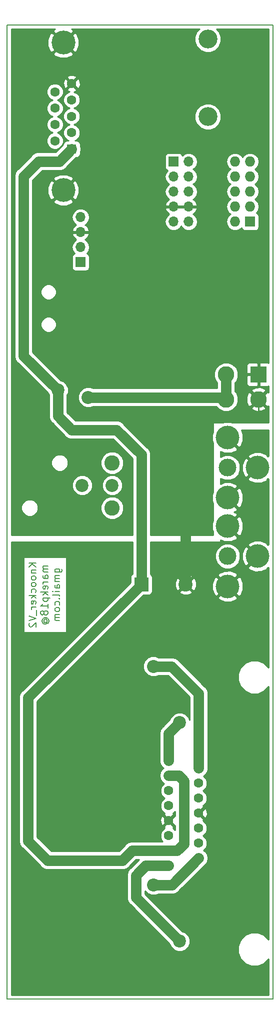
<source format=gbr>
G04 #@! TF.GenerationSoftware,KiCad,Pcbnew,(5.0.0-rc2-dev-311-g1dd4af297)*
G04 #@! TF.CreationDate,2018-07-24T10:12:30+02:00*
G04 #@! TF.ProjectId,resetUSB,72657365745553422E6B696361645F70,1.0*
G04 #@! TF.SameCoordinates,PX29ff57cPY2521014*
G04 #@! TF.FileFunction,Copper,L2,Bot,Signal*
G04 #@! TF.FilePolarity,Positive*
%FSLAX46Y46*%
G04 Gerber Fmt 4.6, Leading zero omitted, Abs format (unit mm)*
G04 Created by KiCad (PCBNEW (5.0.0-rc2-dev-311-g1dd4af297)) date 07/24/18 10:12:30*
%MOMM*%
%LPD*%
G01*
G04 APERTURE LIST*
%ADD10C,0.150000*%
%ADD11C,0.200000*%
%ADD12R,1.727200X1.727200*%
%ADD13O,1.727200X1.727200*%
%ADD14C,2.200000*%
%ADD15R,2.400000X2.400000*%
%ADD16C,2.400000*%
%ADD17C,1.600000*%
%ADD18R,1.600000X1.600000*%
%ADD19C,4.050000*%
%ADD20C,3.200000*%
%ADD21C,2.600000*%
%ADD22C,4.000000*%
%ADD23C,3.000000*%
%ADD24C,2.800000*%
%ADD25R,2.800000X2.800000*%
%ADD26R,1.700000X1.700000*%
%ADD27O,1.700000X1.700000*%
%ADD28C,1.300000*%
%ADD29C,0.250000*%
%ADD30C,1.800000*%
%ADD31C,0.254000*%
G04 APERTURE END LIST*
D10*
X0Y-165000000D02*
X0Y0D01*
X45000000Y-165000000D02*
X0Y-165000000D01*
X45000000Y0D02*
X45000000Y-165000000D01*
X0Y0D02*
X45000000Y0D01*
D11*
X4892857Y-91148571D02*
X3692857Y-91148571D01*
X4892857Y-91834285D02*
X4207142Y-91320000D01*
X3692857Y-91834285D02*
X4378571Y-91148571D01*
X4092857Y-92348571D02*
X4892857Y-92348571D01*
X4207142Y-92348571D02*
X4150000Y-92405714D01*
X4092857Y-92520000D01*
X4092857Y-92691428D01*
X4150000Y-92805714D01*
X4264285Y-92862857D01*
X4892857Y-92862857D01*
X4892857Y-93605714D02*
X4835714Y-93491428D01*
X4778571Y-93434285D01*
X4664285Y-93377142D01*
X4321428Y-93377142D01*
X4207142Y-93434285D01*
X4150000Y-93491428D01*
X4092857Y-93605714D01*
X4092857Y-93777142D01*
X4150000Y-93891428D01*
X4207142Y-93948571D01*
X4321428Y-94005714D01*
X4664285Y-94005714D01*
X4778571Y-93948571D01*
X4835714Y-93891428D01*
X4892857Y-93777142D01*
X4892857Y-93605714D01*
X4892857Y-94691428D02*
X4835714Y-94577142D01*
X4778571Y-94520000D01*
X4664285Y-94462857D01*
X4321428Y-94462857D01*
X4207142Y-94520000D01*
X4150000Y-94577142D01*
X4092857Y-94691428D01*
X4092857Y-94862857D01*
X4150000Y-94977142D01*
X4207142Y-95034285D01*
X4321428Y-95091428D01*
X4664285Y-95091428D01*
X4778571Y-95034285D01*
X4835714Y-94977142D01*
X4892857Y-94862857D01*
X4892857Y-94691428D01*
X4835714Y-96120000D02*
X4892857Y-96005714D01*
X4892857Y-95777142D01*
X4835714Y-95662857D01*
X4778571Y-95605714D01*
X4664285Y-95548571D01*
X4321428Y-95548571D01*
X4207142Y-95605714D01*
X4150000Y-95662857D01*
X4092857Y-95777142D01*
X4092857Y-96005714D01*
X4150000Y-96120000D01*
X4892857Y-96634285D02*
X3692857Y-96634285D01*
X4435714Y-96748571D02*
X4892857Y-97091428D01*
X4092857Y-97091428D02*
X4550000Y-96634285D01*
X4835714Y-98062857D02*
X4892857Y-97948571D01*
X4892857Y-97720000D01*
X4835714Y-97605714D01*
X4721428Y-97548571D01*
X4264285Y-97548571D01*
X4150000Y-97605714D01*
X4092857Y-97720000D01*
X4092857Y-97948571D01*
X4150000Y-98062857D01*
X4264285Y-98120000D01*
X4378571Y-98120000D01*
X4492857Y-97548571D01*
X4892857Y-98634285D02*
X4092857Y-98634285D01*
X4321428Y-98634285D02*
X4207142Y-98691428D01*
X4150000Y-98748571D01*
X4092857Y-98862857D01*
X4092857Y-98977142D01*
X5007142Y-99091428D02*
X5007142Y-100005714D01*
X3692857Y-100120000D02*
X4892857Y-100520000D01*
X3692857Y-100920000D01*
X3807142Y-101262857D02*
X3750000Y-101320000D01*
X3692857Y-101434285D01*
X3692857Y-101720000D01*
X3750000Y-101834285D01*
X3807142Y-101891428D01*
X3921428Y-101948571D01*
X4035714Y-101948571D01*
X4207142Y-101891428D01*
X4892857Y-101205714D01*
X4892857Y-101948571D01*
X6892857Y-91634285D02*
X6092857Y-91634285D01*
X6207142Y-91634285D02*
X6150000Y-91691428D01*
X6092857Y-91805714D01*
X6092857Y-91977142D01*
X6150000Y-92091428D01*
X6264285Y-92148571D01*
X6892857Y-92148571D01*
X6264285Y-92148571D02*
X6150000Y-92205714D01*
X6092857Y-92320000D01*
X6092857Y-92491428D01*
X6150000Y-92605714D01*
X6264285Y-92662857D01*
X6892857Y-92662857D01*
X6892857Y-93748571D02*
X6264285Y-93748571D01*
X6150000Y-93691428D01*
X6092857Y-93577142D01*
X6092857Y-93348571D01*
X6150000Y-93234285D01*
X6835714Y-93748571D02*
X6892857Y-93634285D01*
X6892857Y-93348571D01*
X6835714Y-93234285D01*
X6721428Y-93177142D01*
X6607142Y-93177142D01*
X6492857Y-93234285D01*
X6435714Y-93348571D01*
X6435714Y-93634285D01*
X6378571Y-93748571D01*
X6892857Y-94320000D02*
X6092857Y-94320000D01*
X6321428Y-94320000D02*
X6207142Y-94377142D01*
X6150000Y-94434285D01*
X6092857Y-94548571D01*
X6092857Y-94662857D01*
X6835714Y-95520000D02*
X6892857Y-95405714D01*
X6892857Y-95177142D01*
X6835714Y-95062857D01*
X6721428Y-95005714D01*
X6264285Y-95005714D01*
X6150000Y-95062857D01*
X6092857Y-95177142D01*
X6092857Y-95405714D01*
X6150000Y-95520000D01*
X6264285Y-95577142D01*
X6378571Y-95577142D01*
X6492857Y-95005714D01*
X6892857Y-96091428D02*
X5692857Y-96091428D01*
X6435714Y-96205714D02*
X6892857Y-96548571D01*
X6092857Y-96548571D02*
X6550000Y-96091428D01*
X6092857Y-97062857D02*
X7292857Y-97062857D01*
X6150000Y-97062857D02*
X6092857Y-97177142D01*
X6092857Y-97405714D01*
X6150000Y-97520000D01*
X6207142Y-97577142D01*
X6321428Y-97634285D01*
X6664285Y-97634285D01*
X6778571Y-97577142D01*
X6835714Y-97520000D01*
X6892857Y-97405714D01*
X6892857Y-97177142D01*
X6835714Y-97062857D01*
X6892857Y-98777142D02*
X6892857Y-98091428D01*
X6892857Y-98434285D02*
X5692857Y-98434285D01*
X5864285Y-98320000D01*
X5978571Y-98205714D01*
X6035714Y-98091428D01*
X6207142Y-99462857D02*
X6150000Y-99348571D01*
X6092857Y-99291428D01*
X5978571Y-99234285D01*
X5921428Y-99234285D01*
X5807142Y-99291428D01*
X5750000Y-99348571D01*
X5692857Y-99462857D01*
X5692857Y-99691428D01*
X5750000Y-99805714D01*
X5807142Y-99862857D01*
X5921428Y-99920000D01*
X5978571Y-99920000D01*
X6092857Y-99862857D01*
X6150000Y-99805714D01*
X6207142Y-99691428D01*
X6207142Y-99462857D01*
X6264285Y-99348571D01*
X6321428Y-99291428D01*
X6435714Y-99234285D01*
X6664285Y-99234285D01*
X6778571Y-99291428D01*
X6835714Y-99348571D01*
X6892857Y-99462857D01*
X6892857Y-99691428D01*
X6835714Y-99805714D01*
X6778571Y-99862857D01*
X6664285Y-99920000D01*
X6435714Y-99920000D01*
X6321428Y-99862857D01*
X6264285Y-99805714D01*
X6207142Y-99691428D01*
X6321428Y-101177142D02*
X6264285Y-101120000D01*
X6207142Y-101005714D01*
X6207142Y-100891428D01*
X6264285Y-100777142D01*
X6321428Y-100720000D01*
X6435714Y-100662857D01*
X6550000Y-100662857D01*
X6664285Y-100720000D01*
X6721428Y-100777142D01*
X6778571Y-100891428D01*
X6778571Y-101005714D01*
X6721428Y-101120000D01*
X6664285Y-101177142D01*
X6207142Y-101177142D02*
X6664285Y-101177142D01*
X6721428Y-101234285D01*
X6721428Y-101291428D01*
X6664285Y-101405714D01*
X6550000Y-101462857D01*
X6264285Y-101462857D01*
X6092857Y-101348571D01*
X5978571Y-101177142D01*
X5921428Y-100948571D01*
X5978571Y-100720000D01*
X6092857Y-100548571D01*
X6264285Y-100434285D01*
X6492857Y-100377142D01*
X6721428Y-100434285D01*
X6892857Y-100548571D01*
X7007142Y-100720000D01*
X7064285Y-100948571D01*
X7007142Y-101177142D01*
X6892857Y-101348571D01*
X8092857Y-92691428D02*
X9064285Y-92691428D01*
X9178571Y-92634285D01*
X9235714Y-92577142D01*
X9292857Y-92462857D01*
X9292857Y-92291428D01*
X9235714Y-92177142D01*
X8835714Y-92691428D02*
X8892857Y-92577142D01*
X8892857Y-92348571D01*
X8835714Y-92234285D01*
X8778571Y-92177142D01*
X8664285Y-92120000D01*
X8321428Y-92120000D01*
X8207142Y-92177142D01*
X8150000Y-92234285D01*
X8092857Y-92348571D01*
X8092857Y-92577142D01*
X8150000Y-92691428D01*
X8892857Y-93262857D02*
X8092857Y-93262857D01*
X8207142Y-93262857D02*
X8150000Y-93320000D01*
X8092857Y-93434285D01*
X8092857Y-93605714D01*
X8150000Y-93720000D01*
X8264285Y-93777142D01*
X8892857Y-93777142D01*
X8264285Y-93777142D02*
X8150000Y-93834285D01*
X8092857Y-93948571D01*
X8092857Y-94120000D01*
X8150000Y-94234285D01*
X8264285Y-94291428D01*
X8892857Y-94291428D01*
X8892857Y-95377142D02*
X8264285Y-95377142D01*
X8150000Y-95320000D01*
X8092857Y-95205714D01*
X8092857Y-94977142D01*
X8150000Y-94862857D01*
X8835714Y-95377142D02*
X8892857Y-95262857D01*
X8892857Y-94977142D01*
X8835714Y-94862857D01*
X8721428Y-94805714D01*
X8607142Y-94805714D01*
X8492857Y-94862857D01*
X8435714Y-94977142D01*
X8435714Y-95262857D01*
X8378571Y-95377142D01*
X8892857Y-95948571D02*
X8092857Y-95948571D01*
X7692857Y-95948571D02*
X7750000Y-95891428D01*
X7807142Y-95948571D01*
X7750000Y-96005714D01*
X7692857Y-95948571D01*
X7807142Y-95948571D01*
X8892857Y-96691428D02*
X8835714Y-96577142D01*
X8721428Y-96520000D01*
X7692857Y-96520000D01*
X8778571Y-97148571D02*
X8835714Y-97205714D01*
X8892857Y-97148571D01*
X8835714Y-97091428D01*
X8778571Y-97148571D01*
X8892857Y-97148571D01*
X8835714Y-98234285D02*
X8892857Y-98120000D01*
X8892857Y-97891428D01*
X8835714Y-97777142D01*
X8778571Y-97720000D01*
X8664285Y-97662857D01*
X8321428Y-97662857D01*
X8207142Y-97720000D01*
X8150000Y-97777142D01*
X8092857Y-97891428D01*
X8092857Y-98120000D01*
X8150000Y-98234285D01*
X8892857Y-98920000D02*
X8835714Y-98805714D01*
X8778571Y-98748571D01*
X8664285Y-98691428D01*
X8321428Y-98691428D01*
X8207142Y-98748571D01*
X8150000Y-98805714D01*
X8092857Y-98920000D01*
X8092857Y-99091428D01*
X8150000Y-99205714D01*
X8207142Y-99262857D01*
X8321428Y-99320000D01*
X8664285Y-99320000D01*
X8778571Y-99262857D01*
X8835714Y-99205714D01*
X8892857Y-99091428D01*
X8892857Y-98920000D01*
X8892857Y-99834285D02*
X8092857Y-99834285D01*
X8207142Y-99834285D02*
X8150000Y-99891428D01*
X8092857Y-100005714D01*
X8092857Y-100177142D01*
X8150000Y-100291428D01*
X8264285Y-100348571D01*
X8892857Y-100348571D01*
X8264285Y-100348571D02*
X8150000Y-100405714D01*
X8092857Y-100520000D01*
X8092857Y-100691428D01*
X8150000Y-100805714D01*
X8264285Y-100862857D01*
X8892857Y-100862857D01*
D12*
X41148000Y-33346000D03*
D13*
X38608000Y-33346000D03*
X41148000Y-30806000D03*
X38608000Y-30806000D03*
X41148000Y-28266000D03*
X38608000Y-28266000D03*
X41148000Y-25726000D03*
X38608000Y-25726000D03*
X41148000Y-23186000D03*
X38608000Y-23186000D03*
D14*
X8626000Y-61884000D03*
X13726000Y-63084000D03*
D15*
X22733000Y-94742000D03*
D16*
X30233000Y-94742000D03*
D17*
X8100000Y-11345000D03*
X8100000Y-14115000D03*
X8100000Y-16885000D03*
X8100000Y-19655000D03*
X10940000Y-9960000D03*
X10940000Y-12730000D03*
D18*
X10940000Y-21040000D03*
D17*
X10940000Y-18270000D03*
X10940000Y-15500000D03*
D19*
X9520000Y-3005000D03*
X9520000Y-27995000D03*
D20*
X34000000Y-2430000D03*
X34000000Y-15570000D03*
D14*
X12710000Y-78000000D03*
X17790000Y-78000000D03*
D21*
X17790000Y-81810000D03*
X17790000Y-74190000D03*
D22*
X37336500Y-69892000D03*
X37336500Y-80092000D03*
D23*
X37336500Y-74992000D03*
D22*
X42436500Y-74992000D03*
X42436500Y-89992000D03*
D23*
X37336500Y-89992000D03*
D22*
X37336500Y-95092000D03*
X37336500Y-84892000D03*
D17*
X27370000Y-142390000D03*
X27370000Y-139850000D03*
X27370000Y-137310000D03*
X27370000Y-134770000D03*
X27370000Y-132230000D03*
X27370000Y-129690000D03*
X27370000Y-127150000D03*
X27370000Y-124610000D03*
X32450000Y-141120000D03*
X32450000Y-138580000D03*
X32450000Y-136040000D03*
X32450000Y-125880000D03*
X32450000Y-128420000D03*
X32450000Y-130960000D03*
X32450000Y-133500000D03*
D14*
X24770000Y-108650000D03*
X29210000Y-118180000D03*
X24770000Y-145650000D03*
X29210000Y-155180000D03*
D24*
X37076000Y-63414000D03*
X37076000Y-59214000D03*
X42576000Y-63414000D03*
D25*
X42576000Y-59214000D03*
D26*
X12446000Y-40204000D03*
D27*
X12446000Y-37664000D03*
X12446000Y-35124000D03*
X12446000Y-32584000D03*
D26*
X28194000Y-23186000D03*
D27*
X30734000Y-23186000D03*
X28194000Y-25726000D03*
X30734000Y-25726000D03*
X28194000Y-28266000D03*
X30734000Y-28266000D03*
X28194000Y-30806000D03*
X30734000Y-30806000D03*
X28194000Y-33346000D03*
X30734000Y-33346000D03*
D28*
X14605000Y-132969000D03*
X32385000Y-76835000D03*
X34290000Y-85471000D03*
X33274000Y-85471000D03*
X32258000Y-84455000D03*
X33274000Y-84455000D03*
X32258000Y-85471000D03*
X34290000Y-84455000D03*
X33401000Y-76835000D03*
X34417000Y-76835000D03*
X34417000Y-77851000D03*
X33401000Y-77851000D03*
X32385000Y-77851000D03*
X16002000Y-26670000D03*
X14478000Y-26670000D03*
X12954000Y-26670000D03*
X17526000Y-26670000D03*
X22606000Y-67310000D03*
X15875000Y-51562000D03*
X17399000Y-51562000D03*
X18923000Y-51562000D03*
X22078000Y-32258000D03*
X19050000Y-32258000D03*
X20574000Y-32258000D03*
X19090400Y-58415800D03*
X30535191Y-49371793D03*
D29*
X30233000Y-94742000D02*
X30226000Y-94735000D01*
X42576000Y-65393898D02*
X42576000Y-63414000D01*
X41802898Y-66167000D02*
X42576000Y-65393898D01*
X34417000Y-66167000D02*
X41802898Y-66167000D01*
X30226000Y-70358000D02*
X34417000Y-66167000D01*
D30*
X30226000Y-94735000D02*
X30226000Y-70358000D01*
X8382000Y-141478000D02*
X6858000Y-141478000D01*
X22733000Y-94742000D02*
X3556000Y-113919000D01*
X3556000Y-113919000D02*
X3556000Y-138176000D01*
X21186000Y-139850000D02*
X19558000Y-141478000D01*
X19558000Y-141478000D02*
X8382000Y-141478000D01*
X21186000Y-139850000D02*
X27370000Y-139850000D01*
X6858000Y-141478000D02*
X3556000Y-138176000D01*
X27370000Y-139850000D02*
X28806000Y-139850000D01*
X28806000Y-139850000D02*
X27370000Y-139850000D01*
X27370000Y-127150000D02*
X29106000Y-127150000D01*
X29106000Y-127150000D02*
X29972000Y-128016000D01*
X29972000Y-138684000D02*
X29972000Y-128016000D01*
X27370000Y-139850000D02*
X28806000Y-139850000D01*
X28806000Y-139850000D02*
X29972000Y-138684000D01*
X8626000Y-61884000D02*
X8626000Y-66284000D01*
X8626000Y-66284000D02*
X10922000Y-68580000D01*
X10922000Y-68580000D02*
X18542000Y-68580000D01*
X18542000Y-68580000D02*
X22733000Y-72771000D01*
X22733000Y-72771000D02*
X22733000Y-94742000D01*
X8866000Y-23114000D02*
X5334000Y-23114000D01*
X10940000Y-21040000D02*
X8866000Y-23114000D01*
X5334000Y-23114000D02*
X2794000Y-25654000D01*
X2794000Y-25654000D02*
X2794000Y-56052000D01*
X2794000Y-56052000D02*
X8626000Y-61884000D01*
X24770000Y-108650000D02*
X27878000Y-108650000D01*
X32450000Y-113222000D02*
X32450000Y-125880000D01*
X27878000Y-108650000D02*
X32450000Y-113222000D01*
X27370000Y-124610000D02*
X27370000Y-120020000D01*
X27370000Y-120020000D02*
X29210000Y-118180000D01*
X27370000Y-142390000D02*
X23472000Y-142390000D01*
X21844000Y-147814000D02*
X29210000Y-155180000D01*
X21844000Y-144018000D02*
X21844000Y-147814000D01*
X23472000Y-142390000D02*
X21844000Y-144018000D01*
X24770000Y-145650000D02*
X27920000Y-145650000D01*
X27920000Y-145650000D02*
X32450000Y-141120000D01*
X13726000Y-63084000D02*
X36746000Y-63084000D01*
X36746000Y-63084000D02*
X37076000Y-63414000D01*
X37076000Y-63414000D02*
X37076000Y-59214000D01*
D31*
G36*
X44290000Y-73049560D02*
X44244666Y-73004226D01*
X44131915Y-73116977D01*
X43911147Y-72746257D01*
X42939488Y-72352881D01*
X41891253Y-72361287D01*
X40961853Y-72746257D01*
X40741084Y-73116978D01*
X42436500Y-74812395D01*
X42450642Y-74798252D01*
X42630248Y-74977858D01*
X42616105Y-74992000D01*
X42630248Y-75006142D01*
X42450642Y-75185748D01*
X42436500Y-75171605D01*
X40741084Y-76867022D01*
X40961853Y-77237743D01*
X41933512Y-77631119D01*
X42981747Y-77622713D01*
X43911147Y-77237743D01*
X44131915Y-76867023D01*
X44244666Y-76979774D01*
X44290000Y-76934440D01*
X44290001Y-88049561D01*
X44244666Y-88004226D01*
X44131915Y-88116977D01*
X43911147Y-87746257D01*
X42939488Y-87352881D01*
X41891253Y-87361287D01*
X40961853Y-87746257D01*
X40741084Y-88116978D01*
X42436500Y-89812395D01*
X42450642Y-89798252D01*
X42630248Y-89977858D01*
X42616105Y-89992000D01*
X42630248Y-90006142D01*
X42450642Y-90185748D01*
X42436500Y-90171605D01*
X40741084Y-91867022D01*
X40961853Y-92237743D01*
X41933512Y-92631119D01*
X42981747Y-92622713D01*
X43911147Y-92237743D01*
X44131915Y-91867023D01*
X44244666Y-91979774D01*
X44290001Y-91934439D01*
X44290001Y-108830705D01*
X43505899Y-108046603D01*
X42463917Y-107615000D01*
X41336083Y-107615000D01*
X40294101Y-108046603D01*
X39496603Y-108844101D01*
X39065000Y-109886083D01*
X39065000Y-111013917D01*
X39496603Y-112055899D01*
X40294101Y-112853397D01*
X41336083Y-113285000D01*
X42463917Y-113285000D01*
X43505899Y-112853397D01*
X44290001Y-112069295D01*
X44290001Y-154930705D01*
X43505899Y-154146603D01*
X42463917Y-153715000D01*
X41336083Y-153715000D01*
X40294101Y-154146603D01*
X39496603Y-154944101D01*
X39065000Y-155986083D01*
X39065000Y-157113917D01*
X39496603Y-158155899D01*
X40294101Y-158953397D01*
X41336083Y-159385000D01*
X42463917Y-159385000D01*
X43505899Y-158953397D01*
X44290001Y-158169295D01*
X44290001Y-164290000D01*
X710000Y-164290000D01*
X710000Y-90127857D01*
X2801000Y-90127857D01*
X2801000Y-102912143D01*
X10071000Y-102912143D01*
X10071000Y-90127857D01*
X2801000Y-90127857D01*
X710000Y-90127857D01*
X710000Y-87627000D01*
X21198001Y-87627000D01*
X21198001Y-93002131D01*
X21075191Y-93084191D01*
X20934843Y-93294235D01*
X20885560Y-93542000D01*
X20885560Y-94418622D01*
X2577495Y-112726688D01*
X2449327Y-112812327D01*
X2110062Y-113320074D01*
X2021000Y-113767819D01*
X2021000Y-113767823D01*
X1990929Y-113919000D01*
X2021000Y-114070177D01*
X2021001Y-138024818D01*
X1990929Y-138176000D01*
X2021001Y-138327182D01*
X2110063Y-138774927D01*
X2449328Y-139282673D01*
X2577493Y-139368310D01*
X5665690Y-142456507D01*
X5751327Y-142584673D01*
X6259073Y-142923938D01*
X6706818Y-143013000D01*
X6706822Y-143013000D01*
X6857999Y-143043071D01*
X7009176Y-143013000D01*
X19406823Y-143013000D01*
X19558000Y-143043071D01*
X19709177Y-143013000D01*
X19709182Y-143013000D01*
X20156927Y-142923938D01*
X20664673Y-142584673D01*
X20750312Y-142456505D01*
X21821817Y-141385000D01*
X22297391Y-141385000D01*
X22279688Y-141411495D01*
X20865495Y-142825688D01*
X20737327Y-142911327D01*
X20398062Y-143419074D01*
X20309000Y-143866819D01*
X20309000Y-143866823D01*
X20278929Y-144018000D01*
X20309000Y-144169177D01*
X20309001Y-147662818D01*
X20278929Y-147814000D01*
X20309001Y-147965182D01*
X20398063Y-148412927D01*
X20737328Y-148920673D01*
X20865493Y-149006310D01*
X27539138Y-155679956D01*
X27739138Y-156162799D01*
X28227201Y-156650862D01*
X28864887Y-156915000D01*
X29555113Y-156915000D01*
X30192799Y-156650862D01*
X30680862Y-156162799D01*
X30945000Y-155525113D01*
X30945000Y-154834887D01*
X30680862Y-154197201D01*
X30192799Y-153709138D01*
X29709956Y-153509138D01*
X23379000Y-147178183D01*
X23379000Y-146712661D01*
X23787201Y-147120862D01*
X24424887Y-147385000D01*
X25115113Y-147385000D01*
X25597956Y-147185000D01*
X27768823Y-147185000D01*
X27920000Y-147215071D01*
X28071177Y-147185000D01*
X28071182Y-147185000D01*
X28518927Y-147095938D01*
X29026673Y-146756673D01*
X29112312Y-146628505D01*
X33642310Y-142098508D01*
X33895937Y-141718928D01*
X34015071Y-141120001D01*
X33895937Y-140521074D01*
X33556672Y-140013328D01*
X33243944Y-139804370D01*
X33262862Y-139796534D01*
X33666534Y-139392862D01*
X33885000Y-138865439D01*
X33885000Y-138294561D01*
X33666534Y-137767138D01*
X33262862Y-137363466D01*
X33133784Y-137310000D01*
X33262862Y-137256534D01*
X33666534Y-136852862D01*
X33885000Y-136325439D01*
X33885000Y-135754561D01*
X33666534Y-135227138D01*
X33262862Y-134823466D01*
X33149417Y-134776475D01*
X33204005Y-134753864D01*
X33278139Y-134507745D01*
X32450000Y-133679605D01*
X32435858Y-133693748D01*
X32256252Y-133514142D01*
X32270395Y-133500000D01*
X32629605Y-133500000D01*
X33457745Y-134328139D01*
X33703864Y-134254005D01*
X33896965Y-133716777D01*
X33869778Y-133146546D01*
X33703864Y-132745995D01*
X33457745Y-132671861D01*
X32629605Y-133500000D01*
X32270395Y-133500000D01*
X32256252Y-133485858D01*
X32435858Y-133306252D01*
X32450000Y-133320395D01*
X33278139Y-132492255D01*
X33204005Y-132246136D01*
X33145552Y-132225126D01*
X33262862Y-132176534D01*
X33666534Y-131772862D01*
X33885000Y-131245439D01*
X33885000Y-130674561D01*
X33666534Y-130147138D01*
X33262862Y-129743466D01*
X33133784Y-129690000D01*
X33262862Y-129636534D01*
X33666534Y-129232862D01*
X33885000Y-128705439D01*
X33885000Y-128134561D01*
X33666534Y-127607138D01*
X33262862Y-127203466D01*
X33243946Y-127195631D01*
X33556673Y-126986673D01*
X33895938Y-126478927D01*
X33985000Y-126031182D01*
X33985000Y-113373176D01*
X34015071Y-113221999D01*
X33985000Y-113070822D01*
X33985000Y-113070818D01*
X33895938Y-112623073D01*
X33556673Y-112115327D01*
X33428508Y-112029690D01*
X29070312Y-107671495D01*
X28984673Y-107543327D01*
X28476927Y-107204062D01*
X28029182Y-107115000D01*
X28029177Y-107115000D01*
X27878000Y-107084929D01*
X27726823Y-107115000D01*
X25597956Y-107115000D01*
X25115113Y-106915000D01*
X24424887Y-106915000D01*
X23787201Y-107179138D01*
X23299138Y-107667201D01*
X23035000Y-108304887D01*
X23035000Y-108995113D01*
X23299138Y-109632799D01*
X23787201Y-110120862D01*
X24424887Y-110385000D01*
X25115113Y-110385000D01*
X25597956Y-110185000D01*
X27242183Y-110185000D01*
X30915000Y-113857818D01*
X30915000Y-117762461D01*
X30680862Y-117197201D01*
X30192799Y-116709138D01*
X29555113Y-116445000D01*
X28864887Y-116445000D01*
X28227201Y-116709138D01*
X27739138Y-117197201D01*
X27539138Y-117680045D01*
X26391493Y-118827690D01*
X26263328Y-118913327D01*
X26177691Y-119041492D01*
X26177690Y-119041493D01*
X25924063Y-119421073D01*
X25804929Y-120020000D01*
X25835001Y-120171182D01*
X25835000Y-124761181D01*
X25924062Y-125208926D01*
X26263327Y-125716673D01*
X26507763Y-125880000D01*
X26263327Y-126043327D01*
X25924062Y-126551073D01*
X25804928Y-127150000D01*
X25924062Y-127748927D01*
X26263327Y-128256673D01*
X26576054Y-128465631D01*
X26557138Y-128473466D01*
X26153466Y-128877138D01*
X25935000Y-129404561D01*
X25935000Y-129975439D01*
X26153466Y-130502862D01*
X26557138Y-130906534D01*
X26686216Y-130960000D01*
X26557138Y-131013466D01*
X26153466Y-131417138D01*
X25935000Y-131944561D01*
X25935000Y-132515439D01*
X26153466Y-133042862D01*
X26557138Y-133446534D01*
X26670583Y-133493525D01*
X26615995Y-133516136D01*
X26541861Y-133762255D01*
X27370000Y-134590395D01*
X28198139Y-133762255D01*
X28124005Y-133516136D01*
X28065552Y-133495126D01*
X28182862Y-133446534D01*
X28437001Y-133192395D01*
X28437000Y-133959709D01*
X28377745Y-133941861D01*
X27549605Y-134770000D01*
X28377745Y-135598139D01*
X28437000Y-135580291D01*
X28437000Y-136347604D01*
X28182862Y-136093466D01*
X28069417Y-136046475D01*
X28124005Y-136023864D01*
X28198139Y-135777745D01*
X27370000Y-134949605D01*
X26541861Y-135777745D01*
X26615995Y-136023864D01*
X26674448Y-136044874D01*
X26557138Y-136093466D01*
X26153466Y-136497138D01*
X25935000Y-137024561D01*
X25935000Y-137595439D01*
X26153466Y-138122862D01*
X26345604Y-138315000D01*
X21337182Y-138315000D01*
X21186000Y-138284928D01*
X21034818Y-138315000D01*
X20587073Y-138404062D01*
X20079327Y-138743327D01*
X19993688Y-138871495D01*
X18922183Y-139943000D01*
X7493818Y-139943000D01*
X5091000Y-137540183D01*
X5091000Y-134553223D01*
X25923035Y-134553223D01*
X25950222Y-135123454D01*
X26116136Y-135524005D01*
X26362255Y-135598139D01*
X27190395Y-134770000D01*
X26362255Y-133941861D01*
X26116136Y-134015995D01*
X25923035Y-134553223D01*
X5091000Y-134553223D01*
X5091000Y-114554817D01*
X22678795Y-96967022D01*
X35641084Y-96967022D01*
X35861853Y-97337743D01*
X36833512Y-97731119D01*
X37881747Y-97722713D01*
X38811147Y-97337743D01*
X39031916Y-96967022D01*
X37336500Y-95271605D01*
X35641084Y-96967022D01*
X22678795Y-96967022D01*
X23056378Y-96589440D01*
X23933000Y-96589440D01*
X24180765Y-96540157D01*
X24390809Y-96399809D01*
X24531157Y-96189765D01*
X24561110Y-96039175D01*
X29115430Y-96039175D01*
X29238565Y-96326788D01*
X29920734Y-96586707D01*
X30650443Y-96565786D01*
X31227435Y-96326788D01*
X31350570Y-96039175D01*
X30233000Y-94921605D01*
X29115430Y-96039175D01*
X24561110Y-96039175D01*
X24580440Y-95942000D01*
X24580440Y-94429734D01*
X28388293Y-94429734D01*
X28409214Y-95159443D01*
X28648212Y-95736435D01*
X28935825Y-95859570D01*
X30053395Y-94742000D01*
X30412605Y-94742000D01*
X31530175Y-95859570D01*
X31817788Y-95736435D01*
X32077707Y-95054266D01*
X32064369Y-94589012D01*
X34697381Y-94589012D01*
X34705787Y-95637247D01*
X35090757Y-96566647D01*
X35461478Y-96787416D01*
X37156895Y-95092000D01*
X37516105Y-95092000D01*
X39211522Y-96787416D01*
X39582243Y-96566647D01*
X39975619Y-95594988D01*
X39967213Y-94546753D01*
X39582243Y-93617353D01*
X39211522Y-93396584D01*
X37516105Y-95092000D01*
X37156895Y-95092000D01*
X35461478Y-93396584D01*
X35090757Y-93617353D01*
X34697381Y-94589012D01*
X32064369Y-94589012D01*
X32056786Y-94324557D01*
X31817788Y-93747565D01*
X31530175Y-93624430D01*
X30412605Y-94742000D01*
X30053395Y-94742000D01*
X28935825Y-93624430D01*
X28648212Y-93747565D01*
X28388293Y-94429734D01*
X24580440Y-94429734D01*
X24580440Y-93542000D01*
X24561111Y-93444825D01*
X29115430Y-93444825D01*
X30233000Y-94562395D01*
X31350570Y-93444825D01*
X31253023Y-93216978D01*
X35641084Y-93216978D01*
X37336500Y-94912395D01*
X39031916Y-93216978D01*
X38811147Y-92846257D01*
X37839488Y-92452881D01*
X36791253Y-92461287D01*
X35861853Y-92846257D01*
X35641084Y-93216978D01*
X31253023Y-93216978D01*
X31227435Y-93157212D01*
X30545266Y-92897293D01*
X29815557Y-92918214D01*
X29238565Y-93157212D01*
X29115430Y-93444825D01*
X24561111Y-93444825D01*
X24531157Y-93294235D01*
X24390809Y-93084191D01*
X24268000Y-93002132D01*
X24268000Y-89567322D01*
X35201500Y-89567322D01*
X35201500Y-90416678D01*
X35526534Y-91201380D01*
X36127120Y-91801966D01*
X36911822Y-92127000D01*
X37761178Y-92127000D01*
X38545880Y-91801966D01*
X39146466Y-91201380D01*
X39471500Y-90416678D01*
X39471500Y-89567322D01*
X39439063Y-89489012D01*
X39797381Y-89489012D01*
X39805787Y-90537247D01*
X40190757Y-91466647D01*
X40561478Y-91687416D01*
X42256895Y-89992000D01*
X40561478Y-88296584D01*
X40190757Y-88517353D01*
X39797381Y-89489012D01*
X39439063Y-89489012D01*
X39146466Y-88782620D01*
X38545880Y-88182034D01*
X37761178Y-87857000D01*
X36911822Y-87857000D01*
X36127120Y-88182034D01*
X35526534Y-88782620D01*
X35201500Y-89567322D01*
X24268000Y-89567322D01*
X24268000Y-87627000D01*
X36000000Y-87627000D01*
X36048601Y-87617333D01*
X36089803Y-87589803D01*
X36117333Y-87548601D01*
X36127000Y-87500000D01*
X36127000Y-87245088D01*
X36833512Y-87531119D01*
X37881747Y-87522713D01*
X38811147Y-87137743D01*
X39031916Y-86767022D01*
X37336500Y-85071605D01*
X37322358Y-85085748D01*
X37142752Y-84906142D01*
X37156895Y-84892000D01*
X37516105Y-84892000D01*
X39211522Y-86587416D01*
X39582243Y-86366647D01*
X39975619Y-85394988D01*
X39967213Y-84346753D01*
X39582243Y-83417353D01*
X39211522Y-83196584D01*
X37516105Y-84892000D01*
X37156895Y-84892000D01*
X37142752Y-84877858D01*
X37322358Y-84698252D01*
X37336500Y-84712395D01*
X39031916Y-83016978D01*
X38811147Y-82646257D01*
X38434480Y-82493763D01*
X38811147Y-82337743D01*
X39031916Y-81967022D01*
X37336500Y-80271605D01*
X37322358Y-80285748D01*
X37142752Y-80106142D01*
X37156895Y-80092000D01*
X37516105Y-80092000D01*
X39211522Y-81787416D01*
X39582243Y-81566647D01*
X39975619Y-80594988D01*
X39967213Y-79546753D01*
X39582243Y-78617353D01*
X39211522Y-78396584D01*
X37516105Y-80092000D01*
X37156895Y-80092000D01*
X37142752Y-80077858D01*
X37322358Y-79898252D01*
X37336500Y-79912395D01*
X39031916Y-78216978D01*
X38811147Y-77846257D01*
X37839488Y-77452881D01*
X36791253Y-77461287D01*
X36127000Y-77736430D01*
X36127000Y-76801846D01*
X36127120Y-76801966D01*
X36911822Y-77127000D01*
X37761178Y-77127000D01*
X38545880Y-76801966D01*
X39146466Y-76201380D01*
X39471500Y-75416678D01*
X39471500Y-74567322D01*
X39439063Y-74489012D01*
X39797381Y-74489012D01*
X39805787Y-75537247D01*
X40190757Y-76466647D01*
X40561478Y-76687416D01*
X42256895Y-74992000D01*
X40561478Y-73296584D01*
X40190757Y-73517353D01*
X39797381Y-74489012D01*
X39439063Y-74489012D01*
X39146466Y-73782620D01*
X38545880Y-73182034D01*
X37761178Y-72857000D01*
X36911822Y-72857000D01*
X36127120Y-73182034D01*
X36127000Y-73182154D01*
X36127000Y-72245088D01*
X36833512Y-72531119D01*
X37881747Y-72522713D01*
X38811147Y-72137743D01*
X39031916Y-71767022D01*
X37336500Y-70071605D01*
X37322358Y-70085748D01*
X37142752Y-69906142D01*
X37156895Y-69892000D01*
X37142752Y-69877858D01*
X37322358Y-69698252D01*
X37336500Y-69712395D01*
X37350642Y-69698252D01*
X37530248Y-69877858D01*
X37516105Y-69892000D01*
X39211522Y-71587416D01*
X39582243Y-71366647D01*
X39975619Y-70394988D01*
X39967213Y-69346753D01*
X39669082Y-68627000D01*
X44290000Y-68627000D01*
X44290000Y-73049560D01*
X44290000Y-73049560D01*
G37*
X44290000Y-73049560D02*
X44244666Y-73004226D01*
X44131915Y-73116977D01*
X43911147Y-72746257D01*
X42939488Y-72352881D01*
X41891253Y-72361287D01*
X40961853Y-72746257D01*
X40741084Y-73116978D01*
X42436500Y-74812395D01*
X42450642Y-74798252D01*
X42630248Y-74977858D01*
X42616105Y-74992000D01*
X42630248Y-75006142D01*
X42450642Y-75185748D01*
X42436500Y-75171605D01*
X40741084Y-76867022D01*
X40961853Y-77237743D01*
X41933512Y-77631119D01*
X42981747Y-77622713D01*
X43911147Y-77237743D01*
X44131915Y-76867023D01*
X44244666Y-76979774D01*
X44290000Y-76934440D01*
X44290001Y-88049561D01*
X44244666Y-88004226D01*
X44131915Y-88116977D01*
X43911147Y-87746257D01*
X42939488Y-87352881D01*
X41891253Y-87361287D01*
X40961853Y-87746257D01*
X40741084Y-88116978D01*
X42436500Y-89812395D01*
X42450642Y-89798252D01*
X42630248Y-89977858D01*
X42616105Y-89992000D01*
X42630248Y-90006142D01*
X42450642Y-90185748D01*
X42436500Y-90171605D01*
X40741084Y-91867022D01*
X40961853Y-92237743D01*
X41933512Y-92631119D01*
X42981747Y-92622713D01*
X43911147Y-92237743D01*
X44131915Y-91867023D01*
X44244666Y-91979774D01*
X44290001Y-91934439D01*
X44290001Y-108830705D01*
X43505899Y-108046603D01*
X42463917Y-107615000D01*
X41336083Y-107615000D01*
X40294101Y-108046603D01*
X39496603Y-108844101D01*
X39065000Y-109886083D01*
X39065000Y-111013917D01*
X39496603Y-112055899D01*
X40294101Y-112853397D01*
X41336083Y-113285000D01*
X42463917Y-113285000D01*
X43505899Y-112853397D01*
X44290001Y-112069295D01*
X44290001Y-154930705D01*
X43505899Y-154146603D01*
X42463917Y-153715000D01*
X41336083Y-153715000D01*
X40294101Y-154146603D01*
X39496603Y-154944101D01*
X39065000Y-155986083D01*
X39065000Y-157113917D01*
X39496603Y-158155899D01*
X40294101Y-158953397D01*
X41336083Y-159385000D01*
X42463917Y-159385000D01*
X43505899Y-158953397D01*
X44290001Y-158169295D01*
X44290001Y-164290000D01*
X710000Y-164290000D01*
X710000Y-90127857D01*
X2801000Y-90127857D01*
X2801000Y-102912143D01*
X10071000Y-102912143D01*
X10071000Y-90127857D01*
X2801000Y-90127857D01*
X710000Y-90127857D01*
X710000Y-87627000D01*
X21198001Y-87627000D01*
X21198001Y-93002131D01*
X21075191Y-93084191D01*
X20934843Y-93294235D01*
X20885560Y-93542000D01*
X20885560Y-94418622D01*
X2577495Y-112726688D01*
X2449327Y-112812327D01*
X2110062Y-113320074D01*
X2021000Y-113767819D01*
X2021000Y-113767823D01*
X1990929Y-113919000D01*
X2021000Y-114070177D01*
X2021001Y-138024818D01*
X1990929Y-138176000D01*
X2021001Y-138327182D01*
X2110063Y-138774927D01*
X2449328Y-139282673D01*
X2577493Y-139368310D01*
X5665690Y-142456507D01*
X5751327Y-142584673D01*
X6259073Y-142923938D01*
X6706818Y-143013000D01*
X6706822Y-143013000D01*
X6857999Y-143043071D01*
X7009176Y-143013000D01*
X19406823Y-143013000D01*
X19558000Y-143043071D01*
X19709177Y-143013000D01*
X19709182Y-143013000D01*
X20156927Y-142923938D01*
X20664673Y-142584673D01*
X20750312Y-142456505D01*
X21821817Y-141385000D01*
X22297391Y-141385000D01*
X22279688Y-141411495D01*
X20865495Y-142825688D01*
X20737327Y-142911327D01*
X20398062Y-143419074D01*
X20309000Y-143866819D01*
X20309000Y-143866823D01*
X20278929Y-144018000D01*
X20309000Y-144169177D01*
X20309001Y-147662818D01*
X20278929Y-147814000D01*
X20309001Y-147965182D01*
X20398063Y-148412927D01*
X20737328Y-148920673D01*
X20865493Y-149006310D01*
X27539138Y-155679956D01*
X27739138Y-156162799D01*
X28227201Y-156650862D01*
X28864887Y-156915000D01*
X29555113Y-156915000D01*
X30192799Y-156650862D01*
X30680862Y-156162799D01*
X30945000Y-155525113D01*
X30945000Y-154834887D01*
X30680862Y-154197201D01*
X30192799Y-153709138D01*
X29709956Y-153509138D01*
X23379000Y-147178183D01*
X23379000Y-146712661D01*
X23787201Y-147120862D01*
X24424887Y-147385000D01*
X25115113Y-147385000D01*
X25597956Y-147185000D01*
X27768823Y-147185000D01*
X27920000Y-147215071D01*
X28071177Y-147185000D01*
X28071182Y-147185000D01*
X28518927Y-147095938D01*
X29026673Y-146756673D01*
X29112312Y-146628505D01*
X33642310Y-142098508D01*
X33895937Y-141718928D01*
X34015071Y-141120001D01*
X33895937Y-140521074D01*
X33556672Y-140013328D01*
X33243944Y-139804370D01*
X33262862Y-139796534D01*
X33666534Y-139392862D01*
X33885000Y-138865439D01*
X33885000Y-138294561D01*
X33666534Y-137767138D01*
X33262862Y-137363466D01*
X33133784Y-137310000D01*
X33262862Y-137256534D01*
X33666534Y-136852862D01*
X33885000Y-136325439D01*
X33885000Y-135754561D01*
X33666534Y-135227138D01*
X33262862Y-134823466D01*
X33149417Y-134776475D01*
X33204005Y-134753864D01*
X33278139Y-134507745D01*
X32450000Y-133679605D01*
X32435858Y-133693748D01*
X32256252Y-133514142D01*
X32270395Y-133500000D01*
X32629605Y-133500000D01*
X33457745Y-134328139D01*
X33703864Y-134254005D01*
X33896965Y-133716777D01*
X33869778Y-133146546D01*
X33703864Y-132745995D01*
X33457745Y-132671861D01*
X32629605Y-133500000D01*
X32270395Y-133500000D01*
X32256252Y-133485858D01*
X32435858Y-133306252D01*
X32450000Y-133320395D01*
X33278139Y-132492255D01*
X33204005Y-132246136D01*
X33145552Y-132225126D01*
X33262862Y-132176534D01*
X33666534Y-131772862D01*
X33885000Y-131245439D01*
X33885000Y-130674561D01*
X33666534Y-130147138D01*
X33262862Y-129743466D01*
X33133784Y-129690000D01*
X33262862Y-129636534D01*
X33666534Y-129232862D01*
X33885000Y-128705439D01*
X33885000Y-128134561D01*
X33666534Y-127607138D01*
X33262862Y-127203466D01*
X33243946Y-127195631D01*
X33556673Y-126986673D01*
X33895938Y-126478927D01*
X33985000Y-126031182D01*
X33985000Y-113373176D01*
X34015071Y-113221999D01*
X33985000Y-113070822D01*
X33985000Y-113070818D01*
X33895938Y-112623073D01*
X33556673Y-112115327D01*
X33428508Y-112029690D01*
X29070312Y-107671495D01*
X28984673Y-107543327D01*
X28476927Y-107204062D01*
X28029182Y-107115000D01*
X28029177Y-107115000D01*
X27878000Y-107084929D01*
X27726823Y-107115000D01*
X25597956Y-107115000D01*
X25115113Y-106915000D01*
X24424887Y-106915000D01*
X23787201Y-107179138D01*
X23299138Y-107667201D01*
X23035000Y-108304887D01*
X23035000Y-108995113D01*
X23299138Y-109632799D01*
X23787201Y-110120862D01*
X24424887Y-110385000D01*
X25115113Y-110385000D01*
X25597956Y-110185000D01*
X27242183Y-110185000D01*
X30915000Y-113857818D01*
X30915000Y-117762461D01*
X30680862Y-117197201D01*
X30192799Y-116709138D01*
X29555113Y-116445000D01*
X28864887Y-116445000D01*
X28227201Y-116709138D01*
X27739138Y-117197201D01*
X27539138Y-117680045D01*
X26391493Y-118827690D01*
X26263328Y-118913327D01*
X26177691Y-119041492D01*
X26177690Y-119041493D01*
X25924063Y-119421073D01*
X25804929Y-120020000D01*
X25835001Y-120171182D01*
X25835000Y-124761181D01*
X25924062Y-125208926D01*
X26263327Y-125716673D01*
X26507763Y-125880000D01*
X26263327Y-126043327D01*
X25924062Y-126551073D01*
X25804928Y-127150000D01*
X25924062Y-127748927D01*
X26263327Y-128256673D01*
X26576054Y-128465631D01*
X26557138Y-128473466D01*
X26153466Y-128877138D01*
X25935000Y-129404561D01*
X25935000Y-129975439D01*
X26153466Y-130502862D01*
X26557138Y-130906534D01*
X26686216Y-130960000D01*
X26557138Y-131013466D01*
X26153466Y-131417138D01*
X25935000Y-131944561D01*
X25935000Y-132515439D01*
X26153466Y-133042862D01*
X26557138Y-133446534D01*
X26670583Y-133493525D01*
X26615995Y-133516136D01*
X26541861Y-133762255D01*
X27370000Y-134590395D01*
X28198139Y-133762255D01*
X28124005Y-133516136D01*
X28065552Y-133495126D01*
X28182862Y-133446534D01*
X28437001Y-133192395D01*
X28437000Y-133959709D01*
X28377745Y-133941861D01*
X27549605Y-134770000D01*
X28377745Y-135598139D01*
X28437000Y-135580291D01*
X28437000Y-136347604D01*
X28182862Y-136093466D01*
X28069417Y-136046475D01*
X28124005Y-136023864D01*
X28198139Y-135777745D01*
X27370000Y-134949605D01*
X26541861Y-135777745D01*
X26615995Y-136023864D01*
X26674448Y-136044874D01*
X26557138Y-136093466D01*
X26153466Y-136497138D01*
X25935000Y-137024561D01*
X25935000Y-137595439D01*
X26153466Y-138122862D01*
X26345604Y-138315000D01*
X21337182Y-138315000D01*
X21186000Y-138284928D01*
X21034818Y-138315000D01*
X20587073Y-138404062D01*
X20079327Y-138743327D01*
X19993688Y-138871495D01*
X18922183Y-139943000D01*
X7493818Y-139943000D01*
X5091000Y-137540183D01*
X5091000Y-134553223D01*
X25923035Y-134553223D01*
X25950222Y-135123454D01*
X26116136Y-135524005D01*
X26362255Y-135598139D01*
X27190395Y-134770000D01*
X26362255Y-133941861D01*
X26116136Y-134015995D01*
X25923035Y-134553223D01*
X5091000Y-134553223D01*
X5091000Y-114554817D01*
X22678795Y-96967022D01*
X35641084Y-96967022D01*
X35861853Y-97337743D01*
X36833512Y-97731119D01*
X37881747Y-97722713D01*
X38811147Y-97337743D01*
X39031916Y-96967022D01*
X37336500Y-95271605D01*
X35641084Y-96967022D01*
X22678795Y-96967022D01*
X23056378Y-96589440D01*
X23933000Y-96589440D01*
X24180765Y-96540157D01*
X24390809Y-96399809D01*
X24531157Y-96189765D01*
X24561110Y-96039175D01*
X29115430Y-96039175D01*
X29238565Y-96326788D01*
X29920734Y-96586707D01*
X30650443Y-96565786D01*
X31227435Y-96326788D01*
X31350570Y-96039175D01*
X30233000Y-94921605D01*
X29115430Y-96039175D01*
X24561110Y-96039175D01*
X24580440Y-95942000D01*
X24580440Y-94429734D01*
X28388293Y-94429734D01*
X28409214Y-95159443D01*
X28648212Y-95736435D01*
X28935825Y-95859570D01*
X30053395Y-94742000D01*
X30412605Y-94742000D01*
X31530175Y-95859570D01*
X31817788Y-95736435D01*
X32077707Y-95054266D01*
X32064369Y-94589012D01*
X34697381Y-94589012D01*
X34705787Y-95637247D01*
X35090757Y-96566647D01*
X35461478Y-96787416D01*
X37156895Y-95092000D01*
X37516105Y-95092000D01*
X39211522Y-96787416D01*
X39582243Y-96566647D01*
X39975619Y-95594988D01*
X39967213Y-94546753D01*
X39582243Y-93617353D01*
X39211522Y-93396584D01*
X37516105Y-95092000D01*
X37156895Y-95092000D01*
X35461478Y-93396584D01*
X35090757Y-93617353D01*
X34697381Y-94589012D01*
X32064369Y-94589012D01*
X32056786Y-94324557D01*
X31817788Y-93747565D01*
X31530175Y-93624430D01*
X30412605Y-94742000D01*
X30053395Y-94742000D01*
X28935825Y-93624430D01*
X28648212Y-93747565D01*
X28388293Y-94429734D01*
X24580440Y-94429734D01*
X24580440Y-93542000D01*
X24561111Y-93444825D01*
X29115430Y-93444825D01*
X30233000Y-94562395D01*
X31350570Y-93444825D01*
X31253023Y-93216978D01*
X35641084Y-93216978D01*
X37336500Y-94912395D01*
X39031916Y-93216978D01*
X38811147Y-92846257D01*
X37839488Y-92452881D01*
X36791253Y-92461287D01*
X35861853Y-92846257D01*
X35641084Y-93216978D01*
X31253023Y-93216978D01*
X31227435Y-93157212D01*
X30545266Y-92897293D01*
X29815557Y-92918214D01*
X29238565Y-93157212D01*
X29115430Y-93444825D01*
X24561111Y-93444825D01*
X24531157Y-93294235D01*
X24390809Y-93084191D01*
X24268000Y-93002132D01*
X24268000Y-89567322D01*
X35201500Y-89567322D01*
X35201500Y-90416678D01*
X35526534Y-91201380D01*
X36127120Y-91801966D01*
X36911822Y-92127000D01*
X37761178Y-92127000D01*
X38545880Y-91801966D01*
X39146466Y-91201380D01*
X39471500Y-90416678D01*
X39471500Y-89567322D01*
X39439063Y-89489012D01*
X39797381Y-89489012D01*
X39805787Y-90537247D01*
X40190757Y-91466647D01*
X40561478Y-91687416D01*
X42256895Y-89992000D01*
X40561478Y-88296584D01*
X40190757Y-88517353D01*
X39797381Y-89489012D01*
X39439063Y-89489012D01*
X39146466Y-88782620D01*
X38545880Y-88182034D01*
X37761178Y-87857000D01*
X36911822Y-87857000D01*
X36127120Y-88182034D01*
X35526534Y-88782620D01*
X35201500Y-89567322D01*
X24268000Y-89567322D01*
X24268000Y-87627000D01*
X36000000Y-87627000D01*
X36048601Y-87617333D01*
X36089803Y-87589803D01*
X36117333Y-87548601D01*
X36127000Y-87500000D01*
X36127000Y-87245088D01*
X36833512Y-87531119D01*
X37881747Y-87522713D01*
X38811147Y-87137743D01*
X39031916Y-86767022D01*
X37336500Y-85071605D01*
X37322358Y-85085748D01*
X37142752Y-84906142D01*
X37156895Y-84892000D01*
X37516105Y-84892000D01*
X39211522Y-86587416D01*
X39582243Y-86366647D01*
X39975619Y-85394988D01*
X39967213Y-84346753D01*
X39582243Y-83417353D01*
X39211522Y-83196584D01*
X37516105Y-84892000D01*
X37156895Y-84892000D01*
X37142752Y-84877858D01*
X37322358Y-84698252D01*
X37336500Y-84712395D01*
X39031916Y-83016978D01*
X38811147Y-82646257D01*
X38434480Y-82493763D01*
X38811147Y-82337743D01*
X39031916Y-81967022D01*
X37336500Y-80271605D01*
X37322358Y-80285748D01*
X37142752Y-80106142D01*
X37156895Y-80092000D01*
X37516105Y-80092000D01*
X39211522Y-81787416D01*
X39582243Y-81566647D01*
X39975619Y-80594988D01*
X39967213Y-79546753D01*
X39582243Y-78617353D01*
X39211522Y-78396584D01*
X37516105Y-80092000D01*
X37156895Y-80092000D01*
X37142752Y-80077858D01*
X37322358Y-79898252D01*
X37336500Y-79912395D01*
X39031916Y-78216978D01*
X38811147Y-77846257D01*
X37839488Y-77452881D01*
X36791253Y-77461287D01*
X36127000Y-77736430D01*
X36127000Y-76801846D01*
X36127120Y-76801966D01*
X36911822Y-77127000D01*
X37761178Y-77127000D01*
X38545880Y-76801966D01*
X39146466Y-76201380D01*
X39471500Y-75416678D01*
X39471500Y-74567322D01*
X39439063Y-74489012D01*
X39797381Y-74489012D01*
X39805787Y-75537247D01*
X40190757Y-76466647D01*
X40561478Y-76687416D01*
X42256895Y-74992000D01*
X40561478Y-73296584D01*
X40190757Y-73517353D01*
X39797381Y-74489012D01*
X39439063Y-74489012D01*
X39146466Y-73782620D01*
X38545880Y-73182034D01*
X37761178Y-72857000D01*
X36911822Y-72857000D01*
X36127120Y-73182034D01*
X36127000Y-73182154D01*
X36127000Y-72245088D01*
X36833512Y-72531119D01*
X37881747Y-72522713D01*
X38811147Y-72137743D01*
X39031916Y-71767022D01*
X37336500Y-70071605D01*
X37322358Y-70085748D01*
X37142752Y-69906142D01*
X37156895Y-69892000D01*
X37142752Y-69877858D01*
X37322358Y-69698252D01*
X37336500Y-69712395D01*
X37350642Y-69698252D01*
X37530248Y-69877858D01*
X37516105Y-69892000D01*
X39211522Y-71587416D01*
X39582243Y-71366647D01*
X39975619Y-70394988D01*
X39967213Y-69346753D01*
X39669082Y-68627000D01*
X44290000Y-68627000D01*
X44290000Y-73049560D01*
G36*
X8030354Y-738613D02*
X7806537Y-1111932D01*
X9520000Y-2825395D01*
X11233463Y-1111932D01*
X11009646Y-738613D01*
X10939061Y-710000D01*
X32559233Y-710000D01*
X32105259Y-1163974D01*
X31765000Y-1985431D01*
X31765000Y-2874569D01*
X32105259Y-3696026D01*
X32733974Y-4324741D01*
X33555431Y-4665000D01*
X34444569Y-4665000D01*
X35266026Y-4324741D01*
X35894741Y-3696026D01*
X36235000Y-2874569D01*
X36235000Y-1985431D01*
X35894741Y-1163974D01*
X35440767Y-710000D01*
X44290000Y-710000D01*
X44290000Y-57256744D01*
X44102310Y-57179000D01*
X42861750Y-57179000D01*
X42703000Y-57337750D01*
X42703000Y-59087000D01*
X42723000Y-59087000D01*
X42723000Y-59341000D01*
X42703000Y-59341000D01*
X42703000Y-61090250D01*
X42861750Y-61249000D01*
X44102310Y-61249000D01*
X44290000Y-61171256D01*
X44290000Y-62282177D01*
X44017724Y-62151882D01*
X42755605Y-63414000D01*
X44017724Y-64676118D01*
X44290000Y-64545823D01*
X44290000Y-67373000D01*
X38136188Y-67373000D01*
X37839488Y-67252881D01*
X36791253Y-67261287D01*
X36521554Y-67373000D01*
X35000000Y-67373000D01*
X34951399Y-67382667D01*
X34910197Y-67410197D01*
X34882667Y-67451399D01*
X34873000Y-67500000D01*
X34873000Y-68955224D01*
X34697381Y-69389012D01*
X34705787Y-70437247D01*
X34873000Y-70840935D01*
X34873000Y-79155224D01*
X34697381Y-79589012D01*
X34705787Y-80637247D01*
X34873000Y-81040935D01*
X34873000Y-83955224D01*
X34697381Y-84389012D01*
X34705787Y-85437247D01*
X34873000Y-85840935D01*
X34873000Y-86373000D01*
X24268000Y-86373000D01*
X24268000Y-72922176D01*
X24298071Y-72770999D01*
X24268000Y-72619822D01*
X24268000Y-72619818D01*
X24178938Y-72172073D01*
X23839673Y-71664327D01*
X23711508Y-71578690D01*
X19734312Y-67601495D01*
X19648673Y-67473327D01*
X19140927Y-67134062D01*
X18693182Y-67045000D01*
X18693177Y-67045000D01*
X18542000Y-67014929D01*
X18390823Y-67045000D01*
X11557818Y-67045000D01*
X10161000Y-65648183D01*
X10161000Y-62738887D01*
X11991000Y-62738887D01*
X11991000Y-63429113D01*
X12255138Y-64066799D01*
X12743201Y-64554862D01*
X13380887Y-64819000D01*
X14071113Y-64819000D01*
X14553956Y-64619000D01*
X35403075Y-64619000D01*
X35923265Y-65139190D01*
X36671213Y-65449000D01*
X37480787Y-65449000D01*
X38228735Y-65139190D01*
X38512201Y-64855724D01*
X41313882Y-64855724D01*
X41461455Y-65164106D01*
X42216031Y-65457405D01*
X43025409Y-65439614D01*
X43690545Y-65164106D01*
X43838118Y-64855724D01*
X42576000Y-63593605D01*
X41313882Y-64855724D01*
X38512201Y-64855724D01*
X38801190Y-64566735D01*
X39111000Y-63818787D01*
X39111000Y-63054031D01*
X40532595Y-63054031D01*
X40550386Y-63863409D01*
X40825894Y-64528545D01*
X41134276Y-64676118D01*
X42396395Y-63414000D01*
X41134276Y-62151882D01*
X40825894Y-62299455D01*
X40532595Y-63054031D01*
X39111000Y-63054031D01*
X39111000Y-63009213D01*
X38801190Y-62261265D01*
X38611000Y-62071075D01*
X38611000Y-61972276D01*
X41313882Y-61972276D01*
X42576000Y-63234395D01*
X43838118Y-61972276D01*
X43690545Y-61663894D01*
X42935969Y-61370595D01*
X42126591Y-61388386D01*
X41461455Y-61663894D01*
X41313882Y-61972276D01*
X38611000Y-61972276D01*
X38611000Y-60556925D01*
X38801190Y-60366735D01*
X39111000Y-59618787D01*
X39111000Y-59499750D01*
X40541000Y-59499750D01*
X40541000Y-60740309D01*
X40637673Y-60973698D01*
X40816301Y-61152327D01*
X41049690Y-61249000D01*
X42290250Y-61249000D01*
X42449000Y-61090250D01*
X42449000Y-59341000D01*
X40699750Y-59341000D01*
X40541000Y-59499750D01*
X39111000Y-59499750D01*
X39111000Y-58809213D01*
X38801190Y-58061265D01*
X38427616Y-57687691D01*
X40541000Y-57687691D01*
X40541000Y-58928250D01*
X40699750Y-59087000D01*
X42449000Y-59087000D01*
X42449000Y-57337750D01*
X42290250Y-57179000D01*
X41049690Y-57179000D01*
X40816301Y-57275673D01*
X40637673Y-57454302D01*
X40541000Y-57687691D01*
X38427616Y-57687691D01*
X38228735Y-57488810D01*
X37480787Y-57179000D01*
X36671213Y-57179000D01*
X35923265Y-57488810D01*
X35350810Y-58061265D01*
X35041000Y-58809213D01*
X35041000Y-59618787D01*
X35350810Y-60366735D01*
X35541001Y-60556926D01*
X35541000Y-61549000D01*
X14553956Y-61549000D01*
X14071113Y-61349000D01*
X13380887Y-61349000D01*
X12743201Y-61613138D01*
X12255138Y-62101201D01*
X11991000Y-62738887D01*
X10161000Y-62738887D01*
X10161000Y-62711956D01*
X10361000Y-62229113D01*
X10361000Y-61538887D01*
X10096862Y-60901201D01*
X9608799Y-60413138D01*
X9125956Y-60213138D01*
X4329000Y-55416183D01*
X4329000Y-50484452D01*
X5665000Y-50484452D01*
X5665000Y-51015548D01*
X5868242Y-51506217D01*
X6243783Y-51881758D01*
X6734452Y-52085000D01*
X7265548Y-52085000D01*
X7756217Y-51881758D01*
X8131758Y-51506217D01*
X8335000Y-51015548D01*
X8335000Y-50484452D01*
X8131758Y-49993783D01*
X7756217Y-49618242D01*
X7265548Y-49415000D01*
X6734452Y-49415000D01*
X6243783Y-49618242D01*
X5868242Y-49993783D01*
X5665000Y-50484452D01*
X4329000Y-50484452D01*
X4329000Y-44984452D01*
X5665000Y-44984452D01*
X5665000Y-45515548D01*
X5868242Y-46006217D01*
X6243783Y-46381758D01*
X6734452Y-46585000D01*
X7265548Y-46585000D01*
X7756217Y-46381758D01*
X8131758Y-46006217D01*
X8335000Y-45515548D01*
X8335000Y-44984452D01*
X8131758Y-44493783D01*
X7756217Y-44118242D01*
X7265548Y-43915000D01*
X6734452Y-43915000D01*
X6243783Y-44118242D01*
X5868242Y-44493783D01*
X5665000Y-44984452D01*
X4329000Y-44984452D01*
X4329000Y-37664000D01*
X10931908Y-37664000D01*
X11047161Y-38243418D01*
X11375375Y-38734625D01*
X11393619Y-38746816D01*
X11348235Y-38755843D01*
X11138191Y-38896191D01*
X10997843Y-39106235D01*
X10948560Y-39354000D01*
X10948560Y-41054000D01*
X10997843Y-41301765D01*
X11138191Y-41511809D01*
X11348235Y-41652157D01*
X11596000Y-41701440D01*
X13296000Y-41701440D01*
X13543765Y-41652157D01*
X13753809Y-41511809D01*
X13894157Y-41301765D01*
X13943440Y-41054000D01*
X13943440Y-39354000D01*
X13894157Y-39106235D01*
X13753809Y-38896191D01*
X13543765Y-38755843D01*
X13498381Y-38746816D01*
X13516625Y-38734625D01*
X13844839Y-38243418D01*
X13960092Y-37664000D01*
X13844839Y-37084582D01*
X13516625Y-36593375D01*
X13197522Y-36380157D01*
X13327358Y-36319183D01*
X13717645Y-35890924D01*
X13887476Y-35480890D01*
X13766155Y-35251000D01*
X12573000Y-35251000D01*
X12573000Y-35271000D01*
X12319000Y-35271000D01*
X12319000Y-35251000D01*
X11125845Y-35251000D01*
X11004524Y-35480890D01*
X11174355Y-35890924D01*
X11564642Y-36319183D01*
X11694478Y-36380157D01*
X11375375Y-36593375D01*
X11047161Y-37084582D01*
X10931908Y-37664000D01*
X4329000Y-37664000D01*
X4329000Y-32584000D01*
X10931908Y-32584000D01*
X11047161Y-33163418D01*
X11375375Y-33654625D01*
X11694478Y-33867843D01*
X11564642Y-33928817D01*
X11174355Y-34357076D01*
X11004524Y-34767110D01*
X11125845Y-34997000D01*
X12319000Y-34997000D01*
X12319000Y-34977000D01*
X12573000Y-34977000D01*
X12573000Y-34997000D01*
X13766155Y-34997000D01*
X13887476Y-34767110D01*
X13717645Y-34357076D01*
X13327358Y-33928817D01*
X13197522Y-33867843D01*
X13516625Y-33654625D01*
X13722841Y-33346000D01*
X26679908Y-33346000D01*
X26795161Y-33925418D01*
X27123375Y-34416625D01*
X27614582Y-34744839D01*
X28047744Y-34831000D01*
X28340256Y-34831000D01*
X28773418Y-34744839D01*
X29264625Y-34416625D01*
X29464000Y-34118239D01*
X29663375Y-34416625D01*
X30154582Y-34744839D01*
X30587744Y-34831000D01*
X30880256Y-34831000D01*
X31313418Y-34744839D01*
X31804625Y-34416625D01*
X32132839Y-33925418D01*
X32248092Y-33346000D01*
X32132839Y-32766582D01*
X31804625Y-32275375D01*
X31485522Y-32062157D01*
X31615358Y-32001183D01*
X32005645Y-31572924D01*
X32175476Y-31162890D01*
X32054155Y-30933000D01*
X30861000Y-30933000D01*
X30861000Y-30953000D01*
X30607000Y-30953000D01*
X30607000Y-30933000D01*
X28321000Y-30933000D01*
X28321000Y-30953000D01*
X28067000Y-30953000D01*
X28067000Y-30933000D01*
X26873845Y-30933000D01*
X26752524Y-31162890D01*
X26922355Y-31572924D01*
X27312642Y-32001183D01*
X27442478Y-32062157D01*
X27123375Y-32275375D01*
X26795161Y-32766582D01*
X26679908Y-33346000D01*
X13722841Y-33346000D01*
X13844839Y-33163418D01*
X13960092Y-32584000D01*
X13844839Y-32004582D01*
X13516625Y-31513375D01*
X13025418Y-31185161D01*
X12592256Y-31099000D01*
X12299744Y-31099000D01*
X11866582Y-31185161D01*
X11375375Y-31513375D01*
X11047161Y-32004582D01*
X10931908Y-32584000D01*
X4329000Y-32584000D01*
X4329000Y-29888068D01*
X7806537Y-29888068D01*
X8030354Y-30261387D01*
X9011056Y-30658931D01*
X10069239Y-30650916D01*
X11009646Y-30261387D01*
X11233463Y-29888068D01*
X9520000Y-28174605D01*
X7806537Y-29888068D01*
X4329000Y-29888068D01*
X4329000Y-27486056D01*
X6856069Y-27486056D01*
X6864084Y-28544239D01*
X7253613Y-29484646D01*
X7626932Y-29708463D01*
X9340395Y-27995000D01*
X9699605Y-27995000D01*
X11413068Y-29708463D01*
X11786387Y-29484646D01*
X12183931Y-28503944D01*
X12175916Y-27445761D01*
X11786387Y-26505354D01*
X11413068Y-26281537D01*
X9699605Y-27995000D01*
X9340395Y-27995000D01*
X7626932Y-26281537D01*
X7253613Y-26505354D01*
X6856069Y-27486056D01*
X4329000Y-27486056D01*
X4329000Y-26289817D01*
X4516885Y-26101932D01*
X7806537Y-26101932D01*
X9520000Y-27815395D01*
X11233463Y-26101932D01*
X11009646Y-25728613D01*
X11003200Y-25726000D01*
X26679908Y-25726000D01*
X26795161Y-26305418D01*
X27123375Y-26796625D01*
X27421761Y-26996000D01*
X27123375Y-27195375D01*
X26795161Y-27686582D01*
X26679908Y-28266000D01*
X26795161Y-28845418D01*
X27123375Y-29336625D01*
X27442478Y-29549843D01*
X27312642Y-29610817D01*
X26922355Y-30039076D01*
X26752524Y-30449110D01*
X26873845Y-30679000D01*
X28067000Y-30679000D01*
X28067000Y-30659000D01*
X28321000Y-30659000D01*
X28321000Y-30679000D01*
X30607000Y-30679000D01*
X30607000Y-30659000D01*
X30861000Y-30659000D01*
X30861000Y-30679000D01*
X32054155Y-30679000D01*
X32175476Y-30449110D01*
X32005645Y-30039076D01*
X31615358Y-29610817D01*
X31485522Y-29549843D01*
X31804625Y-29336625D01*
X32132839Y-28845418D01*
X32248092Y-28266000D01*
X32132839Y-27686582D01*
X31804625Y-27195375D01*
X31506239Y-26996000D01*
X31804625Y-26796625D01*
X32132839Y-26305418D01*
X32248092Y-25726000D01*
X32132839Y-25146582D01*
X31804625Y-24655375D01*
X31506239Y-24456000D01*
X31804625Y-24256625D01*
X32132839Y-23765418D01*
X32248092Y-23186000D01*
X37080041Y-23186000D01*
X37196350Y-23770725D01*
X37527570Y-24266430D01*
X37811281Y-24456000D01*
X37527570Y-24645570D01*
X37196350Y-25141275D01*
X37080041Y-25726000D01*
X37196350Y-26310725D01*
X37527570Y-26806430D01*
X37811281Y-26996000D01*
X37527570Y-27185570D01*
X37196350Y-27681275D01*
X37080041Y-28266000D01*
X37196350Y-28850725D01*
X37527570Y-29346430D01*
X37811281Y-29536000D01*
X37527570Y-29725570D01*
X37196350Y-30221275D01*
X37080041Y-30806000D01*
X37196350Y-31390725D01*
X37527570Y-31886430D01*
X37811281Y-32076000D01*
X37527570Y-32265570D01*
X37196350Y-32761275D01*
X37080041Y-33346000D01*
X37196350Y-33930725D01*
X37527570Y-34426430D01*
X38023275Y-34757650D01*
X38460402Y-34844600D01*
X38755598Y-34844600D01*
X39192725Y-34757650D01*
X39681068Y-34431349D01*
X39686243Y-34457365D01*
X39826591Y-34667409D01*
X40036635Y-34807757D01*
X40284400Y-34857040D01*
X42011600Y-34857040D01*
X42259365Y-34807757D01*
X42469409Y-34667409D01*
X42609757Y-34457365D01*
X42659040Y-34209600D01*
X42659040Y-32482400D01*
X42609757Y-32234635D01*
X42469409Y-32024591D01*
X42259365Y-31884243D01*
X42233349Y-31879068D01*
X42559650Y-31390725D01*
X42675959Y-30806000D01*
X42559650Y-30221275D01*
X42228430Y-29725570D01*
X41944719Y-29536000D01*
X42228430Y-29346430D01*
X42559650Y-28850725D01*
X42675959Y-28266000D01*
X42559650Y-27681275D01*
X42228430Y-27185570D01*
X41944719Y-26996000D01*
X42228430Y-26806430D01*
X42559650Y-26310725D01*
X42675959Y-25726000D01*
X42559650Y-25141275D01*
X42228430Y-24645570D01*
X41944719Y-24456000D01*
X42228430Y-24266430D01*
X42559650Y-23770725D01*
X42675959Y-23186000D01*
X42559650Y-22601275D01*
X42228430Y-22105570D01*
X41732725Y-21774350D01*
X41295598Y-21687400D01*
X41000402Y-21687400D01*
X40563275Y-21774350D01*
X40067570Y-22105570D01*
X39878000Y-22389281D01*
X39688430Y-22105570D01*
X39192725Y-21774350D01*
X38755598Y-21687400D01*
X38460402Y-21687400D01*
X38023275Y-21774350D01*
X37527570Y-22105570D01*
X37196350Y-22601275D01*
X37080041Y-23186000D01*
X32248092Y-23186000D01*
X32132839Y-22606582D01*
X31804625Y-22115375D01*
X31313418Y-21787161D01*
X30880256Y-21701000D01*
X30587744Y-21701000D01*
X30154582Y-21787161D01*
X29663375Y-22115375D01*
X29651184Y-22133619D01*
X29642157Y-22088235D01*
X29501809Y-21878191D01*
X29291765Y-21737843D01*
X29044000Y-21688560D01*
X27344000Y-21688560D01*
X27096235Y-21737843D01*
X26886191Y-21878191D01*
X26745843Y-22088235D01*
X26696560Y-22336000D01*
X26696560Y-24036000D01*
X26745843Y-24283765D01*
X26886191Y-24493809D01*
X27096235Y-24634157D01*
X27141619Y-24643184D01*
X27123375Y-24655375D01*
X26795161Y-25146582D01*
X26679908Y-25726000D01*
X11003200Y-25726000D01*
X10028944Y-25331069D01*
X8970761Y-25339084D01*
X8030354Y-25728613D01*
X7806537Y-26101932D01*
X4516885Y-26101932D01*
X5969818Y-24649000D01*
X8714823Y-24649000D01*
X8866000Y-24679071D01*
X9017177Y-24649000D01*
X9017182Y-24649000D01*
X9464927Y-24559938D01*
X9972673Y-24220673D01*
X10058312Y-24092505D01*
X11663378Y-22487440D01*
X11740000Y-22487440D01*
X11987765Y-22438157D01*
X12197809Y-22297809D01*
X12338157Y-22087765D01*
X12387440Y-21840000D01*
X12387440Y-21631372D01*
X12505072Y-21040000D01*
X12387440Y-20448629D01*
X12387440Y-20240000D01*
X12338157Y-19992235D01*
X12197809Y-19782191D01*
X11987765Y-19641843D01*
X11740000Y-19592560D01*
X11531371Y-19592560D01*
X11508078Y-19587927D01*
X11752862Y-19486534D01*
X12156534Y-19082862D01*
X12375000Y-18555439D01*
X12375000Y-17984561D01*
X12156534Y-17457138D01*
X11752862Y-17053466D01*
X11346150Y-16885000D01*
X11752862Y-16716534D01*
X12156534Y-16312862D01*
X12375000Y-15785439D01*
X12375000Y-15214561D01*
X12338082Y-15125431D01*
X31765000Y-15125431D01*
X31765000Y-16014569D01*
X32105259Y-16836026D01*
X32733974Y-17464741D01*
X33555431Y-17805000D01*
X34444569Y-17805000D01*
X35266026Y-17464741D01*
X35894741Y-16836026D01*
X36235000Y-16014569D01*
X36235000Y-15125431D01*
X35894741Y-14303974D01*
X35266026Y-13675259D01*
X34444569Y-13335000D01*
X33555431Y-13335000D01*
X32733974Y-13675259D01*
X32105259Y-14303974D01*
X31765000Y-15125431D01*
X12338082Y-15125431D01*
X12156534Y-14687138D01*
X11752862Y-14283466D01*
X11346150Y-14115000D01*
X11752862Y-13946534D01*
X12156534Y-13542862D01*
X12375000Y-13015439D01*
X12375000Y-12444561D01*
X12156534Y-11917138D01*
X11752862Y-11513466D01*
X11361782Y-11351475D01*
X11694005Y-11213864D01*
X11768139Y-10967745D01*
X10940000Y-10139605D01*
X10111861Y-10967745D01*
X10185995Y-11213864D01*
X10541739Y-11341732D01*
X10127138Y-11513466D01*
X9723466Y-11917138D01*
X9505000Y-12444561D01*
X9505000Y-13015439D01*
X9723466Y-13542862D01*
X10127138Y-13946534D01*
X10533850Y-14115000D01*
X10127138Y-14283466D01*
X9723466Y-14687138D01*
X9505000Y-15214561D01*
X9505000Y-15785439D01*
X9723466Y-16312862D01*
X10127138Y-16716534D01*
X10533850Y-16885000D01*
X10127138Y-17053466D01*
X9723466Y-17457138D01*
X9505000Y-17984561D01*
X9505000Y-18555439D01*
X9723466Y-19082862D01*
X10127138Y-19486534D01*
X10371921Y-19587927D01*
X10348628Y-19592560D01*
X10140000Y-19592560D01*
X9892235Y-19641843D01*
X9682191Y-19782191D01*
X9541843Y-19992235D01*
X9492560Y-20240000D01*
X9492560Y-20316622D01*
X8230183Y-21579000D01*
X5485176Y-21579000D01*
X5333999Y-21548929D01*
X5182822Y-21579000D01*
X5182818Y-21579000D01*
X4735073Y-21668062D01*
X4227327Y-22007327D01*
X4141690Y-22135493D01*
X1815495Y-24461688D01*
X1687327Y-24547327D01*
X1348062Y-25055074D01*
X1259000Y-25502819D01*
X1259000Y-25502823D01*
X1228929Y-25654000D01*
X1259000Y-25805177D01*
X1259001Y-55900818D01*
X1228929Y-56052000D01*
X1259001Y-56203182D01*
X1348063Y-56650927D01*
X1687328Y-57158673D01*
X1815493Y-57244310D01*
X6955138Y-62383956D01*
X7091000Y-62711957D01*
X7091001Y-66132818D01*
X7060929Y-66284000D01*
X7091001Y-66435182D01*
X7180063Y-66882927D01*
X7519328Y-67390673D01*
X7647493Y-67476310D01*
X9729690Y-69558507D01*
X9815327Y-69686673D01*
X10323073Y-70025938D01*
X10770818Y-70115000D01*
X10770822Y-70115000D01*
X10921999Y-70145071D01*
X11073176Y-70115000D01*
X17906183Y-70115000D01*
X21198000Y-73406818D01*
X21198001Y-86373000D01*
X710000Y-86373000D01*
X710000Y-81524561D01*
X2385000Y-81524561D01*
X2385000Y-82095439D01*
X2603466Y-82622862D01*
X3007138Y-83026534D01*
X3534561Y-83245000D01*
X4105439Y-83245000D01*
X4632862Y-83026534D01*
X5036534Y-82622862D01*
X5255000Y-82095439D01*
X5255000Y-81524561D01*
X5213804Y-81425105D01*
X15855000Y-81425105D01*
X15855000Y-82194895D01*
X16149586Y-82906090D01*
X16693910Y-83450414D01*
X17405105Y-83745000D01*
X18174895Y-83745000D01*
X18886090Y-83450414D01*
X19430414Y-82906090D01*
X19725000Y-82194895D01*
X19725000Y-81425105D01*
X19430414Y-80713910D01*
X18886090Y-80169586D01*
X18174895Y-79875000D01*
X17405105Y-79875000D01*
X16693910Y-80169586D01*
X16149586Y-80713910D01*
X15855000Y-81425105D01*
X5213804Y-81425105D01*
X5036534Y-80997138D01*
X4632862Y-80593466D01*
X4105439Y-80375000D01*
X3534561Y-80375000D01*
X3007138Y-80593466D01*
X2603466Y-80997138D01*
X2385000Y-81524561D01*
X710000Y-81524561D01*
X710000Y-77654887D01*
X10975000Y-77654887D01*
X10975000Y-78345113D01*
X11239138Y-78982799D01*
X11727201Y-79470862D01*
X12364887Y-79735000D01*
X13055113Y-79735000D01*
X13692799Y-79470862D01*
X14180862Y-78982799D01*
X14445000Y-78345113D01*
X14445000Y-77654887D01*
X16055000Y-77654887D01*
X16055000Y-78345113D01*
X16319138Y-78982799D01*
X16807201Y-79470862D01*
X17444887Y-79735000D01*
X18135113Y-79735000D01*
X18772799Y-79470862D01*
X19260862Y-78982799D01*
X19525000Y-78345113D01*
X19525000Y-77654887D01*
X19260862Y-77017201D01*
X18772799Y-76529138D01*
X18135113Y-76265000D01*
X17444887Y-76265000D01*
X16807201Y-76529138D01*
X16319138Y-77017201D01*
X16055000Y-77654887D01*
X14445000Y-77654887D01*
X14180862Y-77017201D01*
X13692799Y-76529138D01*
X13055113Y-76265000D01*
X12364887Y-76265000D01*
X11727201Y-76529138D01*
X11239138Y-77017201D01*
X10975000Y-77654887D01*
X710000Y-77654887D01*
X710000Y-73904561D01*
X7465000Y-73904561D01*
X7465000Y-74475439D01*
X7683466Y-75002862D01*
X8087138Y-75406534D01*
X8614561Y-75625000D01*
X9185439Y-75625000D01*
X9712862Y-75406534D01*
X10116534Y-75002862D01*
X10335000Y-74475439D01*
X10335000Y-73904561D01*
X10293804Y-73805105D01*
X15855000Y-73805105D01*
X15855000Y-74574895D01*
X16149586Y-75286090D01*
X16693910Y-75830414D01*
X17405105Y-76125000D01*
X18174895Y-76125000D01*
X18886090Y-75830414D01*
X19430414Y-75286090D01*
X19725000Y-74574895D01*
X19725000Y-73805105D01*
X19430414Y-73093910D01*
X18886090Y-72549586D01*
X18174895Y-72255000D01*
X17405105Y-72255000D01*
X16693910Y-72549586D01*
X16149586Y-73093910D01*
X15855000Y-73805105D01*
X10293804Y-73805105D01*
X10116534Y-73377138D01*
X9712862Y-72973466D01*
X9185439Y-72755000D01*
X8614561Y-72755000D01*
X8087138Y-72973466D01*
X7683466Y-73377138D01*
X7465000Y-73904561D01*
X710000Y-73904561D01*
X710000Y-11059561D01*
X6665000Y-11059561D01*
X6665000Y-11630439D01*
X6883466Y-12157862D01*
X7287138Y-12561534D01*
X7693850Y-12730000D01*
X7287138Y-12898466D01*
X6883466Y-13302138D01*
X6665000Y-13829561D01*
X6665000Y-14400439D01*
X6883466Y-14927862D01*
X7287138Y-15331534D01*
X7693850Y-15500000D01*
X7287138Y-15668466D01*
X6883466Y-16072138D01*
X6665000Y-16599561D01*
X6665000Y-17170439D01*
X6883466Y-17697862D01*
X7287138Y-18101534D01*
X7693850Y-18270000D01*
X7287138Y-18438466D01*
X6883466Y-18842138D01*
X6665000Y-19369561D01*
X6665000Y-19940439D01*
X6883466Y-20467862D01*
X7287138Y-20871534D01*
X7814561Y-21090000D01*
X8385439Y-21090000D01*
X8912862Y-20871534D01*
X9316534Y-20467862D01*
X9535000Y-19940439D01*
X9535000Y-19369561D01*
X9316534Y-18842138D01*
X8912862Y-18438466D01*
X8506150Y-18270000D01*
X8912862Y-18101534D01*
X9316534Y-17697862D01*
X9535000Y-17170439D01*
X9535000Y-16599561D01*
X9316534Y-16072138D01*
X8912862Y-15668466D01*
X8506150Y-15500000D01*
X8912862Y-15331534D01*
X9316534Y-14927862D01*
X9535000Y-14400439D01*
X9535000Y-13829561D01*
X9316534Y-13302138D01*
X8912862Y-12898466D01*
X8506150Y-12730000D01*
X8912862Y-12561534D01*
X9316534Y-12157862D01*
X9535000Y-11630439D01*
X9535000Y-11059561D01*
X9316534Y-10532138D01*
X8912862Y-10128466D01*
X8385439Y-9910000D01*
X7814561Y-9910000D01*
X7287138Y-10128466D01*
X6883466Y-10532138D01*
X6665000Y-11059561D01*
X710000Y-11059561D01*
X710000Y-9743223D01*
X9493035Y-9743223D01*
X9520222Y-10313454D01*
X9686136Y-10714005D01*
X9932255Y-10788139D01*
X10760395Y-9960000D01*
X11119605Y-9960000D01*
X11947745Y-10788139D01*
X12193864Y-10714005D01*
X12386965Y-10176777D01*
X12359778Y-9606546D01*
X12193864Y-9205995D01*
X11947745Y-9131861D01*
X11119605Y-9960000D01*
X10760395Y-9960000D01*
X9932255Y-9131861D01*
X9686136Y-9205995D01*
X9493035Y-9743223D01*
X710000Y-9743223D01*
X710000Y-8952255D01*
X10111861Y-8952255D01*
X10940000Y-9780395D01*
X11768139Y-8952255D01*
X11694005Y-8706136D01*
X11156777Y-8513035D01*
X10586546Y-8540222D01*
X10185995Y-8706136D01*
X10111861Y-8952255D01*
X710000Y-8952255D01*
X710000Y-4898068D01*
X7806537Y-4898068D01*
X8030354Y-5271387D01*
X9011056Y-5668931D01*
X10069239Y-5660916D01*
X11009646Y-5271387D01*
X11233463Y-4898068D01*
X9520000Y-3184605D01*
X7806537Y-4898068D01*
X710000Y-4898068D01*
X710000Y-2496056D01*
X6856069Y-2496056D01*
X6864084Y-3554239D01*
X7253613Y-4494646D01*
X7626932Y-4718463D01*
X9340395Y-3005000D01*
X9699605Y-3005000D01*
X11413068Y-4718463D01*
X11786387Y-4494646D01*
X12183931Y-3513944D01*
X12175916Y-2455761D01*
X11786387Y-1515354D01*
X11413068Y-1291537D01*
X9699605Y-3005000D01*
X9340395Y-3005000D01*
X7626932Y-1291537D01*
X7253613Y-1515354D01*
X6856069Y-2496056D01*
X710000Y-2496056D01*
X710000Y-710000D01*
X8099432Y-710000D01*
X8030354Y-738613D01*
X8030354Y-738613D01*
G37*
X8030354Y-738613D02*
X7806537Y-1111932D01*
X9520000Y-2825395D01*
X11233463Y-1111932D01*
X11009646Y-738613D01*
X10939061Y-710000D01*
X32559233Y-710000D01*
X32105259Y-1163974D01*
X31765000Y-1985431D01*
X31765000Y-2874569D01*
X32105259Y-3696026D01*
X32733974Y-4324741D01*
X33555431Y-4665000D01*
X34444569Y-4665000D01*
X35266026Y-4324741D01*
X35894741Y-3696026D01*
X36235000Y-2874569D01*
X36235000Y-1985431D01*
X35894741Y-1163974D01*
X35440767Y-710000D01*
X44290000Y-710000D01*
X44290000Y-57256744D01*
X44102310Y-57179000D01*
X42861750Y-57179000D01*
X42703000Y-57337750D01*
X42703000Y-59087000D01*
X42723000Y-59087000D01*
X42723000Y-59341000D01*
X42703000Y-59341000D01*
X42703000Y-61090250D01*
X42861750Y-61249000D01*
X44102310Y-61249000D01*
X44290000Y-61171256D01*
X44290000Y-62282177D01*
X44017724Y-62151882D01*
X42755605Y-63414000D01*
X44017724Y-64676118D01*
X44290000Y-64545823D01*
X44290000Y-67373000D01*
X38136188Y-67373000D01*
X37839488Y-67252881D01*
X36791253Y-67261287D01*
X36521554Y-67373000D01*
X35000000Y-67373000D01*
X34951399Y-67382667D01*
X34910197Y-67410197D01*
X34882667Y-67451399D01*
X34873000Y-67500000D01*
X34873000Y-68955224D01*
X34697381Y-69389012D01*
X34705787Y-70437247D01*
X34873000Y-70840935D01*
X34873000Y-79155224D01*
X34697381Y-79589012D01*
X34705787Y-80637247D01*
X34873000Y-81040935D01*
X34873000Y-83955224D01*
X34697381Y-84389012D01*
X34705787Y-85437247D01*
X34873000Y-85840935D01*
X34873000Y-86373000D01*
X24268000Y-86373000D01*
X24268000Y-72922176D01*
X24298071Y-72770999D01*
X24268000Y-72619822D01*
X24268000Y-72619818D01*
X24178938Y-72172073D01*
X23839673Y-71664327D01*
X23711508Y-71578690D01*
X19734312Y-67601495D01*
X19648673Y-67473327D01*
X19140927Y-67134062D01*
X18693182Y-67045000D01*
X18693177Y-67045000D01*
X18542000Y-67014929D01*
X18390823Y-67045000D01*
X11557818Y-67045000D01*
X10161000Y-65648183D01*
X10161000Y-62738887D01*
X11991000Y-62738887D01*
X11991000Y-63429113D01*
X12255138Y-64066799D01*
X12743201Y-64554862D01*
X13380887Y-64819000D01*
X14071113Y-64819000D01*
X14553956Y-64619000D01*
X35403075Y-64619000D01*
X35923265Y-65139190D01*
X36671213Y-65449000D01*
X37480787Y-65449000D01*
X38228735Y-65139190D01*
X38512201Y-64855724D01*
X41313882Y-64855724D01*
X41461455Y-65164106D01*
X42216031Y-65457405D01*
X43025409Y-65439614D01*
X43690545Y-65164106D01*
X43838118Y-64855724D01*
X42576000Y-63593605D01*
X41313882Y-64855724D01*
X38512201Y-64855724D01*
X38801190Y-64566735D01*
X39111000Y-63818787D01*
X39111000Y-63054031D01*
X40532595Y-63054031D01*
X40550386Y-63863409D01*
X40825894Y-64528545D01*
X41134276Y-64676118D01*
X42396395Y-63414000D01*
X41134276Y-62151882D01*
X40825894Y-62299455D01*
X40532595Y-63054031D01*
X39111000Y-63054031D01*
X39111000Y-63009213D01*
X38801190Y-62261265D01*
X38611000Y-62071075D01*
X38611000Y-61972276D01*
X41313882Y-61972276D01*
X42576000Y-63234395D01*
X43838118Y-61972276D01*
X43690545Y-61663894D01*
X42935969Y-61370595D01*
X42126591Y-61388386D01*
X41461455Y-61663894D01*
X41313882Y-61972276D01*
X38611000Y-61972276D01*
X38611000Y-60556925D01*
X38801190Y-60366735D01*
X39111000Y-59618787D01*
X39111000Y-59499750D01*
X40541000Y-59499750D01*
X40541000Y-60740309D01*
X40637673Y-60973698D01*
X40816301Y-61152327D01*
X41049690Y-61249000D01*
X42290250Y-61249000D01*
X42449000Y-61090250D01*
X42449000Y-59341000D01*
X40699750Y-59341000D01*
X40541000Y-59499750D01*
X39111000Y-59499750D01*
X39111000Y-58809213D01*
X38801190Y-58061265D01*
X38427616Y-57687691D01*
X40541000Y-57687691D01*
X40541000Y-58928250D01*
X40699750Y-59087000D01*
X42449000Y-59087000D01*
X42449000Y-57337750D01*
X42290250Y-57179000D01*
X41049690Y-57179000D01*
X40816301Y-57275673D01*
X40637673Y-57454302D01*
X40541000Y-57687691D01*
X38427616Y-57687691D01*
X38228735Y-57488810D01*
X37480787Y-57179000D01*
X36671213Y-57179000D01*
X35923265Y-57488810D01*
X35350810Y-58061265D01*
X35041000Y-58809213D01*
X35041000Y-59618787D01*
X35350810Y-60366735D01*
X35541001Y-60556926D01*
X35541000Y-61549000D01*
X14553956Y-61549000D01*
X14071113Y-61349000D01*
X13380887Y-61349000D01*
X12743201Y-61613138D01*
X12255138Y-62101201D01*
X11991000Y-62738887D01*
X10161000Y-62738887D01*
X10161000Y-62711956D01*
X10361000Y-62229113D01*
X10361000Y-61538887D01*
X10096862Y-60901201D01*
X9608799Y-60413138D01*
X9125956Y-60213138D01*
X4329000Y-55416183D01*
X4329000Y-50484452D01*
X5665000Y-50484452D01*
X5665000Y-51015548D01*
X5868242Y-51506217D01*
X6243783Y-51881758D01*
X6734452Y-52085000D01*
X7265548Y-52085000D01*
X7756217Y-51881758D01*
X8131758Y-51506217D01*
X8335000Y-51015548D01*
X8335000Y-50484452D01*
X8131758Y-49993783D01*
X7756217Y-49618242D01*
X7265548Y-49415000D01*
X6734452Y-49415000D01*
X6243783Y-49618242D01*
X5868242Y-49993783D01*
X5665000Y-50484452D01*
X4329000Y-50484452D01*
X4329000Y-44984452D01*
X5665000Y-44984452D01*
X5665000Y-45515548D01*
X5868242Y-46006217D01*
X6243783Y-46381758D01*
X6734452Y-46585000D01*
X7265548Y-46585000D01*
X7756217Y-46381758D01*
X8131758Y-46006217D01*
X8335000Y-45515548D01*
X8335000Y-44984452D01*
X8131758Y-44493783D01*
X7756217Y-44118242D01*
X7265548Y-43915000D01*
X6734452Y-43915000D01*
X6243783Y-44118242D01*
X5868242Y-44493783D01*
X5665000Y-44984452D01*
X4329000Y-44984452D01*
X4329000Y-37664000D01*
X10931908Y-37664000D01*
X11047161Y-38243418D01*
X11375375Y-38734625D01*
X11393619Y-38746816D01*
X11348235Y-38755843D01*
X11138191Y-38896191D01*
X10997843Y-39106235D01*
X10948560Y-39354000D01*
X10948560Y-41054000D01*
X10997843Y-41301765D01*
X11138191Y-41511809D01*
X11348235Y-41652157D01*
X11596000Y-41701440D01*
X13296000Y-41701440D01*
X13543765Y-41652157D01*
X13753809Y-41511809D01*
X13894157Y-41301765D01*
X13943440Y-41054000D01*
X13943440Y-39354000D01*
X13894157Y-39106235D01*
X13753809Y-38896191D01*
X13543765Y-38755843D01*
X13498381Y-38746816D01*
X13516625Y-38734625D01*
X13844839Y-38243418D01*
X13960092Y-37664000D01*
X13844839Y-37084582D01*
X13516625Y-36593375D01*
X13197522Y-36380157D01*
X13327358Y-36319183D01*
X13717645Y-35890924D01*
X13887476Y-35480890D01*
X13766155Y-35251000D01*
X12573000Y-35251000D01*
X12573000Y-35271000D01*
X12319000Y-35271000D01*
X12319000Y-35251000D01*
X11125845Y-35251000D01*
X11004524Y-35480890D01*
X11174355Y-35890924D01*
X11564642Y-36319183D01*
X11694478Y-36380157D01*
X11375375Y-36593375D01*
X11047161Y-37084582D01*
X10931908Y-37664000D01*
X4329000Y-37664000D01*
X4329000Y-32584000D01*
X10931908Y-32584000D01*
X11047161Y-33163418D01*
X11375375Y-33654625D01*
X11694478Y-33867843D01*
X11564642Y-33928817D01*
X11174355Y-34357076D01*
X11004524Y-34767110D01*
X11125845Y-34997000D01*
X12319000Y-34997000D01*
X12319000Y-34977000D01*
X12573000Y-34977000D01*
X12573000Y-34997000D01*
X13766155Y-34997000D01*
X13887476Y-34767110D01*
X13717645Y-34357076D01*
X13327358Y-33928817D01*
X13197522Y-33867843D01*
X13516625Y-33654625D01*
X13722841Y-33346000D01*
X26679908Y-33346000D01*
X26795161Y-33925418D01*
X27123375Y-34416625D01*
X27614582Y-34744839D01*
X28047744Y-34831000D01*
X28340256Y-34831000D01*
X28773418Y-34744839D01*
X29264625Y-34416625D01*
X29464000Y-34118239D01*
X29663375Y-34416625D01*
X30154582Y-34744839D01*
X30587744Y-34831000D01*
X30880256Y-34831000D01*
X31313418Y-34744839D01*
X31804625Y-34416625D01*
X32132839Y-33925418D01*
X32248092Y-33346000D01*
X32132839Y-32766582D01*
X31804625Y-32275375D01*
X31485522Y-32062157D01*
X31615358Y-32001183D01*
X32005645Y-31572924D01*
X32175476Y-31162890D01*
X32054155Y-30933000D01*
X30861000Y-30933000D01*
X30861000Y-30953000D01*
X30607000Y-30953000D01*
X30607000Y-30933000D01*
X28321000Y-30933000D01*
X28321000Y-30953000D01*
X28067000Y-30953000D01*
X28067000Y-30933000D01*
X26873845Y-30933000D01*
X26752524Y-31162890D01*
X26922355Y-31572924D01*
X27312642Y-32001183D01*
X27442478Y-32062157D01*
X27123375Y-32275375D01*
X26795161Y-32766582D01*
X26679908Y-33346000D01*
X13722841Y-33346000D01*
X13844839Y-33163418D01*
X13960092Y-32584000D01*
X13844839Y-32004582D01*
X13516625Y-31513375D01*
X13025418Y-31185161D01*
X12592256Y-31099000D01*
X12299744Y-31099000D01*
X11866582Y-31185161D01*
X11375375Y-31513375D01*
X11047161Y-32004582D01*
X10931908Y-32584000D01*
X4329000Y-32584000D01*
X4329000Y-29888068D01*
X7806537Y-29888068D01*
X8030354Y-30261387D01*
X9011056Y-30658931D01*
X10069239Y-30650916D01*
X11009646Y-30261387D01*
X11233463Y-29888068D01*
X9520000Y-28174605D01*
X7806537Y-29888068D01*
X4329000Y-29888068D01*
X4329000Y-27486056D01*
X6856069Y-27486056D01*
X6864084Y-28544239D01*
X7253613Y-29484646D01*
X7626932Y-29708463D01*
X9340395Y-27995000D01*
X9699605Y-27995000D01*
X11413068Y-29708463D01*
X11786387Y-29484646D01*
X12183931Y-28503944D01*
X12175916Y-27445761D01*
X11786387Y-26505354D01*
X11413068Y-26281537D01*
X9699605Y-27995000D01*
X9340395Y-27995000D01*
X7626932Y-26281537D01*
X7253613Y-26505354D01*
X6856069Y-27486056D01*
X4329000Y-27486056D01*
X4329000Y-26289817D01*
X4516885Y-26101932D01*
X7806537Y-26101932D01*
X9520000Y-27815395D01*
X11233463Y-26101932D01*
X11009646Y-25728613D01*
X11003200Y-25726000D01*
X26679908Y-25726000D01*
X26795161Y-26305418D01*
X27123375Y-26796625D01*
X27421761Y-26996000D01*
X27123375Y-27195375D01*
X26795161Y-27686582D01*
X26679908Y-28266000D01*
X26795161Y-28845418D01*
X27123375Y-29336625D01*
X27442478Y-29549843D01*
X27312642Y-29610817D01*
X26922355Y-30039076D01*
X26752524Y-30449110D01*
X26873845Y-30679000D01*
X28067000Y-30679000D01*
X28067000Y-30659000D01*
X28321000Y-30659000D01*
X28321000Y-30679000D01*
X30607000Y-30679000D01*
X30607000Y-30659000D01*
X30861000Y-30659000D01*
X30861000Y-30679000D01*
X32054155Y-30679000D01*
X32175476Y-30449110D01*
X32005645Y-30039076D01*
X31615358Y-29610817D01*
X31485522Y-29549843D01*
X31804625Y-29336625D01*
X32132839Y-28845418D01*
X32248092Y-28266000D01*
X32132839Y-27686582D01*
X31804625Y-27195375D01*
X31506239Y-26996000D01*
X31804625Y-26796625D01*
X32132839Y-26305418D01*
X32248092Y-25726000D01*
X32132839Y-25146582D01*
X31804625Y-24655375D01*
X31506239Y-24456000D01*
X31804625Y-24256625D01*
X32132839Y-23765418D01*
X32248092Y-23186000D01*
X37080041Y-23186000D01*
X37196350Y-23770725D01*
X37527570Y-24266430D01*
X37811281Y-24456000D01*
X37527570Y-24645570D01*
X37196350Y-25141275D01*
X37080041Y-25726000D01*
X37196350Y-26310725D01*
X37527570Y-26806430D01*
X37811281Y-26996000D01*
X37527570Y-27185570D01*
X37196350Y-27681275D01*
X37080041Y-28266000D01*
X37196350Y-28850725D01*
X37527570Y-29346430D01*
X37811281Y-29536000D01*
X37527570Y-29725570D01*
X37196350Y-30221275D01*
X37080041Y-30806000D01*
X37196350Y-31390725D01*
X37527570Y-31886430D01*
X37811281Y-32076000D01*
X37527570Y-32265570D01*
X37196350Y-32761275D01*
X37080041Y-33346000D01*
X37196350Y-33930725D01*
X37527570Y-34426430D01*
X38023275Y-34757650D01*
X38460402Y-34844600D01*
X38755598Y-34844600D01*
X39192725Y-34757650D01*
X39681068Y-34431349D01*
X39686243Y-34457365D01*
X39826591Y-34667409D01*
X40036635Y-34807757D01*
X40284400Y-34857040D01*
X42011600Y-34857040D01*
X42259365Y-34807757D01*
X42469409Y-34667409D01*
X42609757Y-34457365D01*
X42659040Y-34209600D01*
X42659040Y-32482400D01*
X42609757Y-32234635D01*
X42469409Y-32024591D01*
X42259365Y-31884243D01*
X42233349Y-31879068D01*
X42559650Y-31390725D01*
X42675959Y-30806000D01*
X42559650Y-30221275D01*
X42228430Y-29725570D01*
X41944719Y-29536000D01*
X42228430Y-29346430D01*
X42559650Y-28850725D01*
X42675959Y-28266000D01*
X42559650Y-27681275D01*
X42228430Y-27185570D01*
X41944719Y-26996000D01*
X42228430Y-26806430D01*
X42559650Y-26310725D01*
X42675959Y-25726000D01*
X42559650Y-25141275D01*
X42228430Y-24645570D01*
X41944719Y-24456000D01*
X42228430Y-24266430D01*
X42559650Y-23770725D01*
X42675959Y-23186000D01*
X42559650Y-22601275D01*
X42228430Y-22105570D01*
X41732725Y-21774350D01*
X41295598Y-21687400D01*
X41000402Y-21687400D01*
X40563275Y-21774350D01*
X40067570Y-22105570D01*
X39878000Y-22389281D01*
X39688430Y-22105570D01*
X39192725Y-21774350D01*
X38755598Y-21687400D01*
X38460402Y-21687400D01*
X38023275Y-21774350D01*
X37527570Y-22105570D01*
X37196350Y-22601275D01*
X37080041Y-23186000D01*
X32248092Y-23186000D01*
X32132839Y-22606582D01*
X31804625Y-22115375D01*
X31313418Y-21787161D01*
X30880256Y-21701000D01*
X30587744Y-21701000D01*
X30154582Y-21787161D01*
X29663375Y-22115375D01*
X29651184Y-22133619D01*
X29642157Y-22088235D01*
X29501809Y-21878191D01*
X29291765Y-21737843D01*
X29044000Y-21688560D01*
X27344000Y-21688560D01*
X27096235Y-21737843D01*
X26886191Y-21878191D01*
X26745843Y-22088235D01*
X26696560Y-22336000D01*
X26696560Y-24036000D01*
X26745843Y-24283765D01*
X26886191Y-24493809D01*
X27096235Y-24634157D01*
X27141619Y-24643184D01*
X27123375Y-24655375D01*
X26795161Y-25146582D01*
X26679908Y-25726000D01*
X11003200Y-25726000D01*
X10028944Y-25331069D01*
X8970761Y-25339084D01*
X8030354Y-25728613D01*
X7806537Y-26101932D01*
X4516885Y-26101932D01*
X5969818Y-24649000D01*
X8714823Y-24649000D01*
X8866000Y-24679071D01*
X9017177Y-24649000D01*
X9017182Y-24649000D01*
X9464927Y-24559938D01*
X9972673Y-24220673D01*
X10058312Y-24092505D01*
X11663378Y-22487440D01*
X11740000Y-22487440D01*
X11987765Y-22438157D01*
X12197809Y-22297809D01*
X12338157Y-22087765D01*
X12387440Y-21840000D01*
X12387440Y-21631372D01*
X12505072Y-21040000D01*
X12387440Y-20448629D01*
X12387440Y-20240000D01*
X12338157Y-19992235D01*
X12197809Y-19782191D01*
X11987765Y-19641843D01*
X11740000Y-19592560D01*
X11531371Y-19592560D01*
X11508078Y-19587927D01*
X11752862Y-19486534D01*
X12156534Y-19082862D01*
X12375000Y-18555439D01*
X12375000Y-17984561D01*
X12156534Y-17457138D01*
X11752862Y-17053466D01*
X11346150Y-16885000D01*
X11752862Y-16716534D01*
X12156534Y-16312862D01*
X12375000Y-15785439D01*
X12375000Y-15214561D01*
X12338082Y-15125431D01*
X31765000Y-15125431D01*
X31765000Y-16014569D01*
X32105259Y-16836026D01*
X32733974Y-17464741D01*
X33555431Y-17805000D01*
X34444569Y-17805000D01*
X35266026Y-17464741D01*
X35894741Y-16836026D01*
X36235000Y-16014569D01*
X36235000Y-15125431D01*
X35894741Y-14303974D01*
X35266026Y-13675259D01*
X34444569Y-13335000D01*
X33555431Y-13335000D01*
X32733974Y-13675259D01*
X32105259Y-14303974D01*
X31765000Y-15125431D01*
X12338082Y-15125431D01*
X12156534Y-14687138D01*
X11752862Y-14283466D01*
X11346150Y-14115000D01*
X11752862Y-13946534D01*
X12156534Y-13542862D01*
X12375000Y-13015439D01*
X12375000Y-12444561D01*
X12156534Y-11917138D01*
X11752862Y-11513466D01*
X11361782Y-11351475D01*
X11694005Y-11213864D01*
X11768139Y-10967745D01*
X10940000Y-10139605D01*
X10111861Y-10967745D01*
X10185995Y-11213864D01*
X10541739Y-11341732D01*
X10127138Y-11513466D01*
X9723466Y-11917138D01*
X9505000Y-12444561D01*
X9505000Y-13015439D01*
X9723466Y-13542862D01*
X10127138Y-13946534D01*
X10533850Y-14115000D01*
X10127138Y-14283466D01*
X9723466Y-14687138D01*
X9505000Y-15214561D01*
X9505000Y-15785439D01*
X9723466Y-16312862D01*
X10127138Y-16716534D01*
X10533850Y-16885000D01*
X10127138Y-17053466D01*
X9723466Y-17457138D01*
X9505000Y-17984561D01*
X9505000Y-18555439D01*
X9723466Y-19082862D01*
X10127138Y-19486534D01*
X10371921Y-19587927D01*
X10348628Y-19592560D01*
X10140000Y-19592560D01*
X9892235Y-19641843D01*
X9682191Y-19782191D01*
X9541843Y-19992235D01*
X9492560Y-20240000D01*
X9492560Y-20316622D01*
X8230183Y-21579000D01*
X5485176Y-21579000D01*
X5333999Y-21548929D01*
X5182822Y-21579000D01*
X5182818Y-21579000D01*
X4735073Y-21668062D01*
X4227327Y-22007327D01*
X4141690Y-22135493D01*
X1815495Y-24461688D01*
X1687327Y-24547327D01*
X1348062Y-25055074D01*
X1259000Y-25502819D01*
X1259000Y-25502823D01*
X1228929Y-25654000D01*
X1259000Y-25805177D01*
X1259001Y-55900818D01*
X1228929Y-56052000D01*
X1259001Y-56203182D01*
X1348063Y-56650927D01*
X1687328Y-57158673D01*
X1815493Y-57244310D01*
X6955138Y-62383956D01*
X7091000Y-62711957D01*
X7091001Y-66132818D01*
X7060929Y-66284000D01*
X7091001Y-66435182D01*
X7180063Y-66882927D01*
X7519328Y-67390673D01*
X7647493Y-67476310D01*
X9729690Y-69558507D01*
X9815327Y-69686673D01*
X10323073Y-70025938D01*
X10770818Y-70115000D01*
X10770822Y-70115000D01*
X10921999Y-70145071D01*
X11073176Y-70115000D01*
X17906183Y-70115000D01*
X21198000Y-73406818D01*
X21198001Y-86373000D01*
X710000Y-86373000D01*
X710000Y-81524561D01*
X2385000Y-81524561D01*
X2385000Y-82095439D01*
X2603466Y-82622862D01*
X3007138Y-83026534D01*
X3534561Y-83245000D01*
X4105439Y-83245000D01*
X4632862Y-83026534D01*
X5036534Y-82622862D01*
X5255000Y-82095439D01*
X5255000Y-81524561D01*
X5213804Y-81425105D01*
X15855000Y-81425105D01*
X15855000Y-82194895D01*
X16149586Y-82906090D01*
X16693910Y-83450414D01*
X17405105Y-83745000D01*
X18174895Y-83745000D01*
X18886090Y-83450414D01*
X19430414Y-82906090D01*
X19725000Y-82194895D01*
X19725000Y-81425105D01*
X19430414Y-80713910D01*
X18886090Y-80169586D01*
X18174895Y-79875000D01*
X17405105Y-79875000D01*
X16693910Y-80169586D01*
X16149586Y-80713910D01*
X15855000Y-81425105D01*
X5213804Y-81425105D01*
X5036534Y-80997138D01*
X4632862Y-80593466D01*
X4105439Y-80375000D01*
X3534561Y-80375000D01*
X3007138Y-80593466D01*
X2603466Y-80997138D01*
X2385000Y-81524561D01*
X710000Y-81524561D01*
X710000Y-77654887D01*
X10975000Y-77654887D01*
X10975000Y-78345113D01*
X11239138Y-78982799D01*
X11727201Y-79470862D01*
X12364887Y-79735000D01*
X13055113Y-79735000D01*
X13692799Y-79470862D01*
X14180862Y-78982799D01*
X14445000Y-78345113D01*
X14445000Y-77654887D01*
X16055000Y-77654887D01*
X16055000Y-78345113D01*
X16319138Y-78982799D01*
X16807201Y-79470862D01*
X17444887Y-79735000D01*
X18135113Y-79735000D01*
X18772799Y-79470862D01*
X19260862Y-78982799D01*
X19525000Y-78345113D01*
X19525000Y-77654887D01*
X19260862Y-77017201D01*
X18772799Y-76529138D01*
X18135113Y-76265000D01*
X17444887Y-76265000D01*
X16807201Y-76529138D01*
X16319138Y-77017201D01*
X16055000Y-77654887D01*
X14445000Y-77654887D01*
X14180862Y-77017201D01*
X13692799Y-76529138D01*
X13055113Y-76265000D01*
X12364887Y-76265000D01*
X11727201Y-76529138D01*
X11239138Y-77017201D01*
X10975000Y-77654887D01*
X710000Y-77654887D01*
X710000Y-73904561D01*
X7465000Y-73904561D01*
X7465000Y-74475439D01*
X7683466Y-75002862D01*
X8087138Y-75406534D01*
X8614561Y-75625000D01*
X9185439Y-75625000D01*
X9712862Y-75406534D01*
X10116534Y-75002862D01*
X10335000Y-74475439D01*
X10335000Y-73904561D01*
X10293804Y-73805105D01*
X15855000Y-73805105D01*
X15855000Y-74574895D01*
X16149586Y-75286090D01*
X16693910Y-75830414D01*
X17405105Y-76125000D01*
X18174895Y-76125000D01*
X18886090Y-75830414D01*
X19430414Y-75286090D01*
X19725000Y-74574895D01*
X19725000Y-73805105D01*
X19430414Y-73093910D01*
X18886090Y-72549586D01*
X18174895Y-72255000D01*
X17405105Y-72255000D01*
X16693910Y-72549586D01*
X16149586Y-73093910D01*
X15855000Y-73805105D01*
X10293804Y-73805105D01*
X10116534Y-73377138D01*
X9712862Y-72973466D01*
X9185439Y-72755000D01*
X8614561Y-72755000D01*
X8087138Y-72973466D01*
X7683466Y-73377138D01*
X7465000Y-73904561D01*
X710000Y-73904561D01*
X710000Y-11059561D01*
X6665000Y-11059561D01*
X6665000Y-11630439D01*
X6883466Y-12157862D01*
X7287138Y-12561534D01*
X7693850Y-12730000D01*
X7287138Y-12898466D01*
X6883466Y-13302138D01*
X6665000Y-13829561D01*
X6665000Y-14400439D01*
X6883466Y-14927862D01*
X7287138Y-15331534D01*
X7693850Y-15500000D01*
X7287138Y-15668466D01*
X6883466Y-16072138D01*
X6665000Y-16599561D01*
X6665000Y-17170439D01*
X6883466Y-17697862D01*
X7287138Y-18101534D01*
X7693850Y-18270000D01*
X7287138Y-18438466D01*
X6883466Y-18842138D01*
X6665000Y-19369561D01*
X6665000Y-19940439D01*
X6883466Y-20467862D01*
X7287138Y-20871534D01*
X7814561Y-21090000D01*
X8385439Y-21090000D01*
X8912862Y-20871534D01*
X9316534Y-20467862D01*
X9535000Y-19940439D01*
X9535000Y-19369561D01*
X9316534Y-18842138D01*
X8912862Y-18438466D01*
X8506150Y-18270000D01*
X8912862Y-18101534D01*
X9316534Y-17697862D01*
X9535000Y-17170439D01*
X9535000Y-16599561D01*
X9316534Y-16072138D01*
X8912862Y-15668466D01*
X8506150Y-15500000D01*
X8912862Y-15331534D01*
X9316534Y-14927862D01*
X9535000Y-14400439D01*
X9535000Y-13829561D01*
X9316534Y-13302138D01*
X8912862Y-12898466D01*
X8506150Y-12730000D01*
X8912862Y-12561534D01*
X9316534Y-12157862D01*
X9535000Y-11630439D01*
X9535000Y-11059561D01*
X9316534Y-10532138D01*
X8912862Y-10128466D01*
X8385439Y-9910000D01*
X7814561Y-9910000D01*
X7287138Y-10128466D01*
X6883466Y-10532138D01*
X6665000Y-11059561D01*
X710000Y-11059561D01*
X710000Y-9743223D01*
X9493035Y-9743223D01*
X9520222Y-10313454D01*
X9686136Y-10714005D01*
X9932255Y-10788139D01*
X10760395Y-9960000D01*
X11119605Y-9960000D01*
X11947745Y-10788139D01*
X12193864Y-10714005D01*
X12386965Y-10176777D01*
X12359778Y-9606546D01*
X12193864Y-9205995D01*
X11947745Y-9131861D01*
X11119605Y-9960000D01*
X10760395Y-9960000D01*
X9932255Y-9131861D01*
X9686136Y-9205995D01*
X9493035Y-9743223D01*
X710000Y-9743223D01*
X710000Y-8952255D01*
X10111861Y-8952255D01*
X10940000Y-9780395D01*
X11768139Y-8952255D01*
X11694005Y-8706136D01*
X11156777Y-8513035D01*
X10586546Y-8540222D01*
X10185995Y-8706136D01*
X10111861Y-8952255D01*
X710000Y-8952255D01*
X710000Y-4898068D01*
X7806537Y-4898068D01*
X8030354Y-5271387D01*
X9011056Y-5668931D01*
X10069239Y-5660916D01*
X11009646Y-5271387D01*
X11233463Y-4898068D01*
X9520000Y-3184605D01*
X7806537Y-4898068D01*
X710000Y-4898068D01*
X710000Y-2496056D01*
X6856069Y-2496056D01*
X6864084Y-3554239D01*
X7253613Y-4494646D01*
X7626932Y-4718463D01*
X9340395Y-3005000D01*
X9699605Y-3005000D01*
X11413068Y-4718463D01*
X11786387Y-4494646D01*
X12183931Y-3513944D01*
X12175916Y-2455761D01*
X11786387Y-1515354D01*
X11413068Y-1291537D01*
X9699605Y-3005000D01*
X9340395Y-3005000D01*
X7626932Y-1291537D01*
X7253613Y-1515354D01*
X6856069Y-2496056D01*
X710000Y-2496056D01*
X710000Y-710000D01*
X8099432Y-710000D01*
X8030354Y-738613D01*
M02*

</source>
